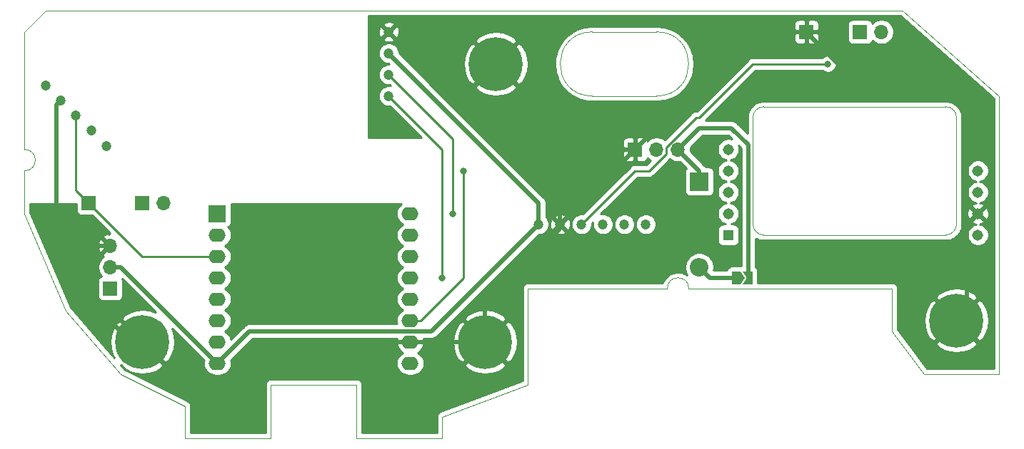
<source format=gbr>
%TF.GenerationSoftware,KiCad,Pcbnew,(5.1.8)-1*%
%TF.CreationDate,2020-12-23T12:42:43+01:00*%
%TF.ProjectId,Kiwi_EasyBoardv1.0,4b697769-5f45-4617-9379-426f61726476,rev?*%
%TF.SameCoordinates,Original*%
%TF.FileFunction,Copper,L1,Top*%
%TF.FilePolarity,Positive*%
%FSLAX46Y46*%
G04 Gerber Fmt 4.6, Leading zero omitted, Abs format (unit mm)*
G04 Created by KiCad (PCBNEW (5.1.8)-1) date 2020-12-23 12:42:43*
%MOMM*%
%LPD*%
G01*
G04 APERTURE LIST*
%TA.AperFunction,Profile*%
%ADD10C,0.050000*%
%TD*%
%TA.AperFunction,SMDPad,CuDef*%
%ADD11C,0.150000*%
%TD*%
%TA.AperFunction,ComponentPad*%
%ADD12O,2.200000X2.200000*%
%TD*%
%TA.AperFunction,ComponentPad*%
%ADD13R,2.200000X2.200000*%
%TD*%
%TA.AperFunction,ConnectorPad*%
%ADD14C,6.400000*%
%TD*%
%TA.AperFunction,ComponentPad*%
%ADD15C,3.600000*%
%TD*%
%TA.AperFunction,ComponentPad*%
%ADD16C,1.200000*%
%TD*%
%TA.AperFunction,ComponentPad*%
%ADD17C,1.308000*%
%TD*%
%TA.AperFunction,ComponentPad*%
%ADD18R,1.308000X1.308000*%
%TD*%
%TA.AperFunction,ComponentPad*%
%ADD19O,2.000000X1.600000*%
%TD*%
%TA.AperFunction,ComponentPad*%
%ADD20R,2.000000X2.000000*%
%TD*%
%TA.AperFunction,ComponentPad*%
%ADD21R,1.700000X1.700000*%
%TD*%
%TA.AperFunction,ComponentPad*%
%ADD22O,1.700000X1.700000*%
%TD*%
%TA.AperFunction,ViaPad*%
%ADD23C,0.800000*%
%TD*%
%TA.AperFunction,Conductor*%
%ADD24C,0.500000*%
%TD*%
%TA.AperFunction,Conductor*%
%ADD25C,0.250000*%
%TD*%
%TA.AperFunction,Conductor*%
%ADD26C,0.254000*%
%TD*%
%TA.AperFunction,Conductor*%
%ADD27C,0.150000*%
%TD*%
G04 APERTURE END LIST*
D10*
X76200000Y-86360000D02*
X76200000Y-100330000D01*
X180340000Y-83820000D02*
X78740000Y-83820000D01*
X76200000Y-86360000D02*
X78740000Y-83820000D01*
X154940000Y-116840000D02*
X179070000Y-116840000D01*
X144780000Y-116840000D02*
X152400000Y-116840000D01*
X152400000Y-116840000D02*
G75*
G02*
X154940000Y-116840000I1270000J0D01*
G01*
X76200000Y-102870000D02*
X76200000Y-107950000D01*
X76200000Y-100330000D02*
G75*
G02*
X76200000Y-102870000I0J-1270000D01*
G01*
X105410000Y-128270000D02*
X115570000Y-128270000D01*
X81079773Y-119452036D02*
X87630000Y-127000000D01*
X81079773Y-119452036D02*
X76200000Y-107950000D01*
X182880000Y-127000000D02*
X191770000Y-127000000D01*
X135890000Y-116840000D02*
X144780000Y-116840000D01*
X125730000Y-132080000D02*
X135890000Y-128270000D01*
X135890000Y-116840000D02*
X135890000Y-128270000D01*
X95250000Y-130810000D02*
X87630000Y-127000000D01*
X185420000Y-95250000D02*
X163830000Y-95250000D01*
X186690000Y-109220000D02*
X186690000Y-96520000D01*
X163830000Y-110490000D02*
X185420000Y-110490000D01*
X162560000Y-96520000D02*
X162560000Y-109220000D01*
X186690000Y-109220000D02*
G75*
G02*
X185420000Y-110490000I-1270000J0D01*
G01*
X163830000Y-110490000D02*
G75*
G02*
X162560000Y-109220000I0J1270000D01*
G01*
X162560000Y-96520000D02*
G75*
G02*
X163830000Y-95250000I1270000J0D01*
G01*
X185420000Y-95250000D02*
G75*
G02*
X186690000Y-96520000I0J-1270000D01*
G01*
X179070000Y-116840000D02*
X179070000Y-118110000D01*
X191770000Y-93980000D02*
X180340000Y-83820000D01*
X191770000Y-127000000D02*
X191770000Y-93980000D01*
X179070000Y-121920000D02*
X182880000Y-127000000D01*
X179070000Y-118110000D02*
X179070000Y-121920000D01*
X115570000Y-128270000D02*
X115570000Y-134620000D01*
X125730000Y-134620000D02*
X125730000Y-132080000D01*
X95250000Y-134620000D02*
X95250000Y-130810000D01*
X115570000Y-134620000D02*
X125730000Y-134620000D01*
X105410000Y-134620000D02*
X95250000Y-134620000D01*
X105410000Y-128270000D02*
X105410000Y-134620000D01*
X143510000Y-93980000D02*
X151130000Y-93980000D01*
X143510000Y-86360000D02*
X151130000Y-86360000D01*
X143510000Y-93980000D02*
G75*
G02*
X143510000Y-86360000I0J3810000D01*
G01*
X151130000Y-86360000D02*
G75*
G02*
X151130000Y-93980000I0J-3810000D01*
G01*
%TA.AperFunction,SMDPad,CuDef*%
D11*
%TO.P,JP1,1*%
%TO.N,+5V*%
G36*
X161565000Y-115570000D02*
G01*
X161065000Y-116320000D01*
X160065000Y-116320000D01*
X160065000Y-114820000D01*
X161065000Y-114820000D01*
X161565000Y-115570000D01*
G37*
%TD.AperFunction*%
%TA.AperFunction,SMDPad,CuDef*%
%TO.P,JP1,2*%
%TO.N,/VLED*%
G36*
X162515000Y-116320000D02*
G01*
X161365000Y-116320000D01*
X161865000Y-115570000D01*
X161365000Y-114820000D01*
X162515000Y-114820000D01*
X162515000Y-116320000D01*
G37*
%TD.AperFunction*%
%TD*%
D12*
%TO.P,D1,2*%
%TO.N,+5V*%
X156210000Y-114300000D03*
D13*
%TO.P,D1,1*%
%TO.N,/VLED*%
X156210000Y-104140000D03*
%TD*%
D14*
%TO.P,H4,1*%
%TO.N,GND*%
X132080000Y-90170000D03*
D15*
X132080000Y-90170000D03*
%TD*%
D16*
%TO.P,U4,5*%
%TO.N,Net-(U4-Pad5)*%
X85892102Y-99892102D03*
%TO.P,U4,4*%
%TO.N,+5V*%
X84096051Y-98096051D03*
%TO.P,U4,3*%
%TO.N,/RCWL-OUT*%
X82300000Y-96300000D03*
%TO.P,U4,2*%
%TO.N,GND*%
X80503949Y-94503949D03*
%TO.P,U4,1*%
%TO.N,Net-(U4-Pad1)*%
X78707898Y-92707898D03*
%TD*%
D17*
%TO.P,U2,9*%
%TO.N,Net-(U2-Pad9)*%
X189230000Y-102870000D03*
%TO.P,U2,8*%
%TO.N,Net-(U2-Pad8)*%
X189230000Y-105410000D03*
%TO.P,U2,7*%
%TO.N,GND*%
X189230000Y-107950000D03*
%TO.P,U2,6*%
%TO.N,+5V*%
X189230000Y-110490000D03*
%TO.P,U2,5*%
%TO.N,Net-(U2-Pad5)*%
X159639000Y-100330000D03*
%TO.P,U2,4*%
%TO.N,Net-(U2-Pad4)*%
X159639000Y-102870000D03*
%TO.P,U2,3*%
%TO.N,/D1mini-UART-Rx*%
X159639000Y-105410000D03*
%TO.P,U2,2*%
%TO.N,/D1mini-UART-Tx*%
X159639000Y-107950000D03*
D18*
%TO.P,U2,1*%
%TO.N,Net-(U2-Pad1)*%
X159639000Y-110490000D03*
%TD*%
D19*
%TO.P,U1,16*%
%TO.N,Net-(U1-Pad16)*%
X121920000Y-107950000D03*
%TO.P,U1,15*%
%TO.N,Net-(U1-Pad15)*%
X121920000Y-110490000D03*
%TO.P,U1,14*%
%TO.N,/I2C-SCL*%
X121920000Y-113030000D03*
%TO.P,U1,13*%
%TO.N,/I2C-SDA*%
X121920000Y-115570000D03*
%TO.P,U1,12*%
%TO.N,Net-(U1-Pad12)*%
X121920000Y-118110000D03*
%TO.P,U1,11*%
%TO.N,/LED-DIN*%
X121920000Y-120650000D03*
%TO.P,U1,10*%
%TO.N,GND*%
X121920000Y-123190000D03*
%TO.P,U1,9*%
%TO.N,+5V*%
X121920000Y-125730000D03*
%TO.P,U1,8*%
%TO.N,+3V3*%
X99060000Y-125730000D03*
%TO.P,U1,7*%
%TO.N,/D1mini-UART-Tx*%
X99060000Y-123190000D03*
%TO.P,U1,6*%
%TO.N,Net-(U1-Pad6)*%
X99060000Y-120650000D03*
%TO.P,U1,5*%
%TO.N,Net-(U1-Pad5)*%
X99060000Y-118110000D03*
%TO.P,U1,4*%
%TO.N,/D1mini-UART-Rx*%
X99060000Y-115570000D03*
%TO.P,U1,3*%
%TO.N,/RCWL-OUT*%
X99060000Y-113030000D03*
D20*
%TO.P,U1,1*%
%TO.N,Net-(U1-Pad1)*%
X99060000Y-107950000D03*
D19*
%TO.P,U1,2*%
%TO.N,Net-(U1-Pad2)*%
X99060000Y-110490000D03*
%TD*%
D14*
%TO.P,H3,1*%
%TO.N,GND*%
X186690000Y-120650000D03*
D15*
X186690000Y-120650000D03*
%TD*%
D21*
%TO.P,J15,1*%
%TO.N,GND*%
X168910000Y-86360000D03*
%TD*%
D22*
%TO.P,J14,3*%
%TO.N,GND*%
X86360000Y-111760000D03*
%TO.P,J14,2*%
%TO.N,+3V3*%
X86360000Y-114300000D03*
D21*
%TO.P,J14,1*%
%TO.N,+5V*%
X86360000Y-116840000D03*
%TD*%
%TO.P,J13,1*%
%TO.N,/RCWL-OUT*%
X83820000Y-106680000D03*
%TD*%
D22*
%TO.P,J12,2*%
%TO.N,/I2C-SCL*%
X177800000Y-86360000D03*
D21*
%TO.P,J12,1*%
%TO.N,/I2C-SDA*%
X175260000Y-86360000D03*
%TD*%
D22*
%TO.P,J10,2*%
%TO.N,/D1mini-UART-Rx*%
X92710000Y-106680000D03*
D21*
%TO.P,J10,1*%
%TO.N,/D1mini-UART-Tx*%
X90170000Y-106680000D03*
%TD*%
D22*
%TO.P,J8,3*%
%TO.N,/VLED*%
X153670000Y-100330000D03*
%TO.P,J8,2*%
%TO.N,/LED-DIN*%
X151130000Y-100330000D03*
D21*
%TO.P,J8,1*%
%TO.N,GND*%
X148590000Y-100330000D03*
%TD*%
D16*
%TO.P,U3,4*%
%TO.N,/I2C-SDA*%
X119380000Y-93980000D03*
%TO.P,U3,3*%
%TO.N,/I2C-SCL*%
X119380000Y-91440000D03*
%TO.P,U3,2*%
%TO.N,+3V3*%
X119380000Y-88900000D03*
%TO.P,U3,1*%
%TO.N,GND*%
X119380000Y-86360000D03*
%TD*%
%TO.P,U5,6*%
%TO.N,Net-(U5-Pad6)*%
X149860000Y-109220000D03*
%TO.P,U5,5*%
%TO.N,Net-(U5-Pad5)*%
X147320000Y-109220000D03*
%TO.P,U5,4*%
%TO.N,/I2C-SDA*%
X144780000Y-109220000D03*
%TO.P,U5,3*%
%TO.N,/I2C-SCL*%
X142240000Y-109220000D03*
%TO.P,U5,2*%
%TO.N,GND*%
X139700000Y-109220000D03*
%TO.P,U5,1*%
%TO.N,+3V3*%
X137160000Y-109220000D03*
%TD*%
D14*
%TO.P,H2,1*%
%TO.N,GND*%
X90170000Y-123190000D03*
D15*
X90170000Y-123190000D03*
%TD*%
D14*
%TO.P,H1,1*%
%TO.N,GND*%
X130810000Y-123190000D03*
D15*
X130810000Y-123190000D03*
%TD*%
D23*
%TO.N,/LED-DIN*%
X128270000Y-102870000D03*
%TO.N,GND*%
X80010000Y-110490000D03*
X82550000Y-110490000D03*
X81280000Y-113030000D03*
X82550000Y-115570000D03*
X83820000Y-118110000D03*
X104140000Y-133350000D03*
X97790000Y-133350000D03*
X97790000Y-130810000D03*
X100330000Y-133350000D03*
X104140000Y-130810000D03*
X116840000Y-129540000D03*
X119380000Y-129540000D03*
X121920000Y-129540000D03*
X124460000Y-129540000D03*
X121920000Y-132080000D03*
X119380000Y-132080000D03*
X125730000Y-127000000D03*
X105410000Y-123190000D03*
X107950000Y-123190000D03*
X110490000Y-123190000D03*
X113030000Y-123190000D03*
X115570000Y-123190000D03*
X135890000Y-95250000D03*
X140970000Y-95250000D03*
X147320000Y-95250000D03*
X153670000Y-95250000D03*
X139700000Y-97790000D03*
X144780000Y-97790000D03*
X151130000Y-97790000D03*
X182880000Y-88900000D03*
X185420000Y-91440000D03*
X187960000Y-93980000D03*
X182880000Y-93980000D03*
X171450000Y-93980000D03*
X166370000Y-93980000D03*
X168910000Y-92710000D03*
X181610000Y-116840000D03*
X181610000Y-120650000D03*
X184150000Y-124460000D03*
X189230000Y-115570000D03*
X166370000Y-111760000D03*
X171450000Y-111760000D03*
X177800000Y-111760000D03*
X181610000Y-111760000D03*
X168910000Y-114300000D03*
X175260000Y-114300000D03*
X180340000Y-114300000D03*
X186690000Y-114300000D03*
X138430000Y-115570000D03*
X143510000Y-115570000D03*
X148590000Y-115570000D03*
X106680000Y-118110000D03*
X109220000Y-118110000D03*
X111760000Y-118110000D03*
X114300000Y-118110000D03*
X107950000Y-120650000D03*
X110490000Y-120650000D03*
X113030000Y-120650000D03*
X109220000Y-115570000D03*
X113030000Y-115570000D03*
X118110000Y-115570000D03*
X118110000Y-118110000D03*
X118110000Y-120650000D03*
X115570000Y-120650000D03*
X158750000Y-86360000D03*
X163830000Y-86360000D03*
X158750000Y-90170000D03*
%TO.N,/I2C-SDA*%
X125730000Y-115570000D03*
%TO.N,/I2C-SCL*%
X127000000Y-107950000D03*
X171450000Y-90170000D03*
%TD*%
D24*
%TO.N,+5V*%
X156210000Y-114300000D02*
X157480000Y-115570000D01*
X157480000Y-115570000D02*
X160565000Y-115570000D01*
D25*
%TO.N,/LED-DIN*%
X121920000Y-120650000D02*
X123190000Y-120650000D01*
X123190000Y-120650000D02*
X128270000Y-115570000D01*
X128270000Y-115570000D02*
X128270000Y-102870000D01*
D24*
%TO.N,GND*%
X121920000Y-123190000D02*
X130810000Y-123190000D01*
X106680000Y-123190000D02*
X107950000Y-123190000D01*
X96520000Y-129540000D02*
X100330000Y-129540000D01*
X100330000Y-129540000D02*
X106680000Y-123190000D01*
X90170000Y-123190000D02*
X96520000Y-129540000D01*
X80010000Y-107950000D02*
X80010000Y-94997898D01*
X82550000Y-110490000D02*
X80010000Y-107950000D01*
X80010000Y-94997898D02*
X80503949Y-94503949D01*
X85090000Y-110490000D02*
X82550000Y-110490000D01*
X86360000Y-111760000D02*
X85090000Y-110490000D01*
X139700000Y-109774517D02*
X139700000Y-109220000D01*
X130810000Y-118664517D02*
X139700000Y-109774517D01*
X130810000Y-123190000D02*
X130810000Y-118664517D01*
X139700000Y-109220000D02*
X148590000Y-100330000D01*
X148590000Y-100330000D02*
X158750000Y-90170000D01*
X162560000Y-86360000D02*
X163830000Y-86360000D01*
X187960000Y-106680000D02*
X189230000Y-107950000D01*
X187960000Y-95250000D02*
X187960000Y-106680000D01*
X184150000Y-91440000D02*
X187960000Y-95250000D01*
X173990000Y-91440000D02*
X184150000Y-91440000D01*
X168910000Y-86360000D02*
X173990000Y-91440000D01*
X187960000Y-119380000D02*
X186690000Y-120650000D01*
X187960000Y-109220000D02*
X187960000Y-119380000D01*
X189230000Y-107950000D02*
X187960000Y-109220000D01*
X139700000Y-109220000D02*
X139700000Y-106680000D01*
X83820000Y-118110000D02*
X88900000Y-123190000D01*
X88900000Y-123190000D02*
X90170000Y-123190000D01*
X83820000Y-114300000D02*
X83820000Y-118110000D01*
X86360000Y-111760000D02*
X83820000Y-114300000D01*
X128270000Y-93980000D02*
X132080000Y-90170000D01*
X128270000Y-95250000D02*
X128270000Y-93980000D01*
X139700000Y-106680000D02*
X128270000Y-95250000D01*
X128270000Y-95250000D02*
X119380000Y-86360000D01*
X82550000Y-110490000D02*
X82550000Y-110490000D01*
X83820000Y-118110000D02*
X83820000Y-118110000D01*
X107950000Y-123190000D02*
X110490000Y-123190000D01*
X113030000Y-123190000D02*
X115570000Y-123190000D01*
X115570000Y-123190000D02*
X121920000Y-123190000D01*
X163830000Y-86360000D02*
X168910000Y-86360000D01*
X158750000Y-90170000D02*
X162560000Y-86360000D01*
D25*
%TO.N,/I2C-SDA*%
X119380000Y-93980000D02*
X125730000Y-100330000D01*
X125730000Y-100330000D02*
X125730000Y-115570000D01*
%TO.N,/I2C-SCL*%
X142240000Y-109220000D02*
X148590000Y-102870000D01*
X162560000Y-90170000D02*
X171450000Y-90170000D01*
X156210000Y-96520000D02*
X162560000Y-90170000D01*
X119380000Y-91440000D02*
X127000000Y-99060000D01*
X127000000Y-107950000D02*
X127000000Y-99060000D01*
X150255002Y-102870000D02*
X148590000Y-102870000D01*
X152255001Y-100079997D02*
X152255001Y-100870001D01*
X152255001Y-100870001D02*
X150255002Y-102870000D01*
X155814998Y-96520000D02*
X152255001Y-100079997D01*
X156210000Y-96520000D02*
X155814998Y-96520000D01*
%TO.N,/RCWL-OUT*%
X90170000Y-113030000D02*
X83820000Y-106680000D01*
X99060000Y-113030000D02*
X90170000Y-113030000D01*
X82300000Y-105160000D02*
X82300000Y-96300000D01*
X83820000Y-106680000D02*
X82300000Y-105160000D01*
D24*
%TO.N,+3V3*%
X87630000Y-114300000D02*
X86360000Y-114300000D01*
X99060000Y-125730000D02*
X87630000Y-114300000D01*
X127000000Y-119380000D02*
X137160000Y-109220000D01*
X137160000Y-106680000D02*
X119380000Y-88900000D01*
X137160000Y-109220000D02*
X137160000Y-106680000D01*
X127000000Y-119380000D02*
X124460000Y-121920000D01*
X105410000Y-121920000D02*
X124460000Y-121920000D01*
X105410000Y-121920000D02*
X102870000Y-121920000D01*
X99060000Y-125730000D02*
X102870000Y-121920000D01*
%TO.N,/VLED*%
X156210000Y-104140000D02*
X156210000Y-102870000D01*
X156210000Y-102870000D02*
X153670000Y-100330000D01*
X162015000Y-115570000D02*
X162015000Y-99785000D01*
X162015000Y-99785000D02*
X160020000Y-97790000D01*
X156210000Y-97790000D02*
X153670000Y-100330000D01*
X160020000Y-97790000D02*
X156210000Y-97790000D01*
%TD*%
D26*
%TO.N,GND*%
X191110001Y-94276384D02*
X191110000Y-126340000D01*
X183210000Y-126340000D01*
X180968161Y-123350881D01*
X184168724Y-123350881D01*
X184528912Y-123840548D01*
X185192882Y-124200849D01*
X185914385Y-124424694D01*
X186665695Y-124503480D01*
X187417938Y-124434178D01*
X188142208Y-124219452D01*
X188810670Y-123867555D01*
X188851088Y-123840548D01*
X189211276Y-123350881D01*
X186690000Y-120829605D01*
X184168724Y-123350881D01*
X180968161Y-123350881D01*
X179730000Y-121700001D01*
X179730000Y-120625695D01*
X182836520Y-120625695D01*
X182905822Y-121377938D01*
X183120548Y-122102208D01*
X183472445Y-122770670D01*
X183499452Y-122811088D01*
X183989119Y-123171276D01*
X186510395Y-120650000D01*
X186869605Y-120650000D01*
X189390881Y-123171276D01*
X189880548Y-122811088D01*
X190240849Y-122147118D01*
X190464694Y-121425615D01*
X190543480Y-120674305D01*
X190474178Y-119922062D01*
X190259452Y-119197792D01*
X189907555Y-118529330D01*
X189880548Y-118488912D01*
X189390881Y-118128724D01*
X186869605Y-120650000D01*
X186510395Y-120650000D01*
X183989119Y-118128724D01*
X183499452Y-118488912D01*
X183139151Y-119152882D01*
X182915306Y-119874385D01*
X182836520Y-120625695D01*
X179730000Y-120625695D01*
X179730000Y-117949119D01*
X184168724Y-117949119D01*
X186690000Y-120470395D01*
X189211276Y-117949119D01*
X188851088Y-117459452D01*
X188187118Y-117099151D01*
X187465615Y-116875306D01*
X186714305Y-116796520D01*
X185962062Y-116865822D01*
X185237792Y-117080548D01*
X184569330Y-117432445D01*
X184528912Y-117459452D01*
X184168724Y-117949119D01*
X179730000Y-117949119D01*
X179730000Y-116872419D01*
X179733193Y-116840000D01*
X179720450Y-116710617D01*
X179682710Y-116586207D01*
X179621425Y-116471550D01*
X179538948Y-116371052D01*
X179438450Y-116288575D01*
X179323793Y-116227290D01*
X179199383Y-116189550D01*
X179102419Y-116180000D01*
X179070000Y-116176807D01*
X179037581Y-116180000D01*
X163153072Y-116180000D01*
X163153072Y-114820000D01*
X163140812Y-114695518D01*
X163104502Y-114575820D01*
X163045537Y-114465506D01*
X162966185Y-114368815D01*
X162900000Y-114314499D01*
X162900000Y-110904505D01*
X163036191Y-110976919D01*
X163091479Y-110999707D01*
X163146475Y-111023279D01*
X163155278Y-111026003D01*
X163392559Y-111097643D01*
X163451246Y-111109264D01*
X163509752Y-111121700D01*
X163518915Y-111122663D01*
X163518917Y-111122663D01*
X163765595Y-111146850D01*
X163765598Y-111146850D01*
X163797581Y-111150000D01*
X185452419Y-111150000D01*
X185480865Y-111147198D01*
X185488682Y-111147253D01*
X185497853Y-111146354D01*
X185744357Y-111120446D01*
X185802986Y-111108411D01*
X185861716Y-111097208D01*
X185870532Y-111094546D01*
X185870536Y-111094545D01*
X185870539Y-111094544D01*
X186107314Y-111021249D01*
X186162457Y-110998069D01*
X186217920Y-110975661D01*
X186226054Y-110971335D01*
X186226059Y-110971333D01*
X186226064Y-110971330D01*
X186444086Y-110853447D01*
X186493654Y-110820012D01*
X186543735Y-110787241D01*
X186550876Y-110781416D01*
X186741856Y-110623423D01*
X186783995Y-110580988D01*
X186826745Y-110539125D01*
X186832618Y-110532024D01*
X186970434Y-110363045D01*
X187941000Y-110363045D01*
X187941000Y-110616955D01*
X187990535Y-110865987D01*
X188087703Y-111100570D01*
X188228768Y-111311690D01*
X188408310Y-111491232D01*
X188619430Y-111632297D01*
X188854013Y-111729465D01*
X189103045Y-111779000D01*
X189356955Y-111779000D01*
X189605987Y-111729465D01*
X189840570Y-111632297D01*
X190051690Y-111491232D01*
X190231232Y-111311690D01*
X190372297Y-111100570D01*
X190469465Y-110865987D01*
X190519000Y-110616955D01*
X190519000Y-110363045D01*
X190469465Y-110114013D01*
X190372297Y-109879430D01*
X190231232Y-109668310D01*
X190051690Y-109488768D01*
X189840570Y-109347703D01*
X189605987Y-109250535D01*
X189452001Y-109219906D01*
X189557079Y-109203259D01*
X189795293Y-109115368D01*
X189884907Y-109067468D01*
X189938782Y-108838387D01*
X189230000Y-108129605D01*
X188521218Y-108838387D01*
X188575093Y-109067468D01*
X188805684Y-109173763D01*
X189002484Y-109221003D01*
X188854013Y-109250535D01*
X188619430Y-109347703D01*
X188408310Y-109488768D01*
X188228768Y-109668310D01*
X188087703Y-109879430D01*
X187990535Y-110114013D01*
X187941000Y-110363045D01*
X186970434Y-110363045D01*
X186989273Y-110339947D01*
X187022374Y-110290125D01*
X187056173Y-110240763D01*
X187060556Y-110232657D01*
X187176919Y-110013809D01*
X187199707Y-109958521D01*
X187223279Y-109903525D01*
X187226003Y-109894722D01*
X187297643Y-109657441D01*
X187309264Y-109598754D01*
X187321700Y-109540248D01*
X187322663Y-109531083D01*
X187346850Y-109284405D01*
X187346850Y-109284402D01*
X187350000Y-109252419D01*
X187350000Y-108026296D01*
X187937012Y-108026296D01*
X187976741Y-108277079D01*
X188064632Y-108515293D01*
X188112532Y-108604907D01*
X188341613Y-108658782D01*
X189050395Y-107950000D01*
X189409605Y-107950000D01*
X190118387Y-108658782D01*
X190347468Y-108604907D01*
X190453763Y-108374316D01*
X190513028Y-108127419D01*
X190522988Y-107873704D01*
X190483259Y-107622921D01*
X190395368Y-107384707D01*
X190347468Y-107295093D01*
X190118387Y-107241218D01*
X189409605Y-107950000D01*
X189050395Y-107950000D01*
X188341613Y-107241218D01*
X188112532Y-107295093D01*
X188006237Y-107525684D01*
X187946972Y-107772581D01*
X187937012Y-108026296D01*
X187350000Y-108026296D01*
X187350000Y-102743045D01*
X187941000Y-102743045D01*
X187941000Y-102996955D01*
X187990535Y-103245987D01*
X188087703Y-103480570D01*
X188228768Y-103691690D01*
X188408310Y-103871232D01*
X188619430Y-104012297D01*
X188854013Y-104109465D01*
X189007524Y-104140000D01*
X188854013Y-104170535D01*
X188619430Y-104267703D01*
X188408310Y-104408768D01*
X188228768Y-104588310D01*
X188087703Y-104799430D01*
X187990535Y-105034013D01*
X187941000Y-105283045D01*
X187941000Y-105536955D01*
X187990535Y-105785987D01*
X188087703Y-106020570D01*
X188228768Y-106231690D01*
X188408310Y-106411232D01*
X188619430Y-106552297D01*
X188854013Y-106649465D01*
X189007999Y-106680094D01*
X188902921Y-106696741D01*
X188664707Y-106784632D01*
X188575093Y-106832532D01*
X188521218Y-107061613D01*
X189230000Y-107770395D01*
X189938782Y-107061613D01*
X189884907Y-106832532D01*
X189654316Y-106726237D01*
X189457516Y-106678997D01*
X189605987Y-106649465D01*
X189840570Y-106552297D01*
X190051690Y-106411232D01*
X190231232Y-106231690D01*
X190372297Y-106020570D01*
X190469465Y-105785987D01*
X190519000Y-105536955D01*
X190519000Y-105283045D01*
X190469465Y-105034013D01*
X190372297Y-104799430D01*
X190231232Y-104588310D01*
X190051690Y-104408768D01*
X189840570Y-104267703D01*
X189605987Y-104170535D01*
X189452476Y-104140000D01*
X189605987Y-104109465D01*
X189840570Y-104012297D01*
X190051690Y-103871232D01*
X190231232Y-103691690D01*
X190372297Y-103480570D01*
X190469465Y-103245987D01*
X190519000Y-102996955D01*
X190519000Y-102743045D01*
X190469465Y-102494013D01*
X190372297Y-102259430D01*
X190231232Y-102048310D01*
X190051690Y-101868768D01*
X189840570Y-101727703D01*
X189605987Y-101630535D01*
X189356955Y-101581000D01*
X189103045Y-101581000D01*
X188854013Y-101630535D01*
X188619430Y-101727703D01*
X188408310Y-101868768D01*
X188228768Y-102048310D01*
X188087703Y-102259430D01*
X187990535Y-102494013D01*
X187941000Y-102743045D01*
X187350000Y-102743045D01*
X187350000Y-96487581D01*
X187347198Y-96459135D01*
X187347253Y-96451318D01*
X187346354Y-96442147D01*
X187320446Y-96195644D01*
X187308414Y-96137028D01*
X187297208Y-96078284D01*
X187294544Y-96069462D01*
X187221249Y-95832686D01*
X187198074Y-95777555D01*
X187175661Y-95722080D01*
X187171334Y-95713944D01*
X187053446Y-95495914D01*
X187020012Y-95446346D01*
X186987240Y-95396265D01*
X186981416Y-95389124D01*
X186823423Y-95198144D01*
X186780988Y-95156005D01*
X186739125Y-95113255D01*
X186732024Y-95107381D01*
X186539946Y-94950727D01*
X186490169Y-94917655D01*
X186440763Y-94883826D01*
X186432657Y-94879444D01*
X186213809Y-94763081D01*
X186158532Y-94740298D01*
X186103525Y-94716721D01*
X186094722Y-94713997D01*
X185857441Y-94642357D01*
X185798754Y-94630736D01*
X185740248Y-94618300D01*
X185731085Y-94617337D01*
X185731083Y-94617337D01*
X185484405Y-94593150D01*
X185484402Y-94593150D01*
X185452419Y-94590000D01*
X163797581Y-94590000D01*
X163769135Y-94592802D01*
X163761318Y-94592747D01*
X163752147Y-94593646D01*
X163505644Y-94619554D01*
X163447028Y-94631586D01*
X163388284Y-94642792D01*
X163379462Y-94645456D01*
X163142686Y-94718751D01*
X163087555Y-94741926D01*
X163032080Y-94764339D01*
X163023944Y-94768666D01*
X162805914Y-94886554D01*
X162756346Y-94919988D01*
X162706265Y-94952760D01*
X162699124Y-94958584D01*
X162508144Y-95116577D01*
X162466005Y-95159012D01*
X162423255Y-95200875D01*
X162417381Y-95207976D01*
X162260727Y-95400054D01*
X162227655Y-95449831D01*
X162193826Y-95499237D01*
X162189444Y-95507343D01*
X162073081Y-95726191D01*
X162050298Y-95781468D01*
X162026721Y-95836475D01*
X162023997Y-95845278D01*
X161952357Y-96082559D01*
X161940736Y-96141246D01*
X161928300Y-96199752D01*
X161927337Y-96208917D01*
X161903150Y-96455595D01*
X161900000Y-96487582D01*
X161900000Y-98418422D01*
X160676534Y-97194956D01*
X160648817Y-97161183D01*
X160514059Y-97050589D01*
X160360313Y-96968411D01*
X160193490Y-96917805D01*
X160063477Y-96905000D01*
X160063469Y-96905000D01*
X160020000Y-96900719D01*
X159976531Y-96905000D01*
X156899801Y-96905000D01*
X162874802Y-90930000D01*
X170746289Y-90930000D01*
X170790226Y-90973937D01*
X170959744Y-91087205D01*
X171148102Y-91165226D01*
X171348061Y-91205000D01*
X171551939Y-91205000D01*
X171751898Y-91165226D01*
X171940256Y-91087205D01*
X172109774Y-90973937D01*
X172253937Y-90829774D01*
X172367205Y-90660256D01*
X172445226Y-90471898D01*
X172485000Y-90271939D01*
X172485000Y-90068061D01*
X172445226Y-89868102D01*
X172367205Y-89679744D01*
X172253937Y-89510226D01*
X172109774Y-89366063D01*
X171940256Y-89252795D01*
X171751898Y-89174774D01*
X171551939Y-89135000D01*
X171348061Y-89135000D01*
X171148102Y-89174774D01*
X170959744Y-89252795D01*
X170790226Y-89366063D01*
X170746289Y-89410000D01*
X162597322Y-89410000D01*
X162559999Y-89406324D01*
X162522676Y-89410000D01*
X162522667Y-89410000D01*
X162411014Y-89420997D01*
X162270206Y-89463710D01*
X162267753Y-89464454D01*
X162135723Y-89535026D01*
X162099483Y-89564768D01*
X162019999Y-89629999D01*
X161996201Y-89658997D01*
X155895199Y-95760000D01*
X155852320Y-95760000D01*
X155814997Y-95756324D01*
X155777674Y-95760000D01*
X155777665Y-95760000D01*
X155666012Y-95770997D01*
X155575517Y-95798448D01*
X155522751Y-95814454D01*
X155390721Y-95885026D01*
X155310676Y-95950718D01*
X155274997Y-95979999D01*
X155251199Y-96008997D01*
X152080152Y-99180045D01*
X152076632Y-99176525D01*
X151833411Y-99014010D01*
X151563158Y-98902068D01*
X151276260Y-98845000D01*
X150983740Y-98845000D01*
X150696842Y-98902068D01*
X150426589Y-99014010D01*
X150183368Y-99176525D01*
X150051513Y-99308380D01*
X150029502Y-99235820D01*
X149970537Y-99125506D01*
X149891185Y-99028815D01*
X149794494Y-98949463D01*
X149684180Y-98890498D01*
X149564482Y-98854188D01*
X149440000Y-98841928D01*
X148875750Y-98845000D01*
X148717000Y-99003750D01*
X148717000Y-100203000D01*
X148737000Y-100203000D01*
X148737000Y-100457000D01*
X148717000Y-100457000D01*
X148717000Y-101656250D01*
X148875750Y-101815000D01*
X149440000Y-101818072D01*
X149564482Y-101805812D01*
X149684180Y-101769502D01*
X149794494Y-101710537D01*
X149891185Y-101631185D01*
X149970537Y-101534494D01*
X150029502Y-101424180D01*
X150051513Y-101351620D01*
X150183368Y-101483475D01*
X150413174Y-101637026D01*
X149940201Y-102110000D01*
X148627322Y-102110000D01*
X148589999Y-102106324D01*
X148552676Y-102110000D01*
X148552667Y-102110000D01*
X148441014Y-102120997D01*
X148297753Y-102164454D01*
X148165723Y-102235026D01*
X148096893Y-102291514D01*
X148049999Y-102329999D01*
X148026201Y-102358997D01*
X142393801Y-107991398D01*
X142361637Y-107985000D01*
X142118363Y-107985000D01*
X141879764Y-108032460D01*
X141655008Y-108125557D01*
X141452733Y-108260713D01*
X141280713Y-108432733D01*
X141145557Y-108635008D01*
X141052460Y-108859764D01*
X141005000Y-109098363D01*
X141005000Y-109341637D01*
X141052460Y-109580236D01*
X141145557Y-109804992D01*
X141280713Y-110007267D01*
X141452733Y-110179287D01*
X141655008Y-110314443D01*
X141879764Y-110407540D01*
X142118363Y-110455000D01*
X142361637Y-110455000D01*
X142600236Y-110407540D01*
X142824992Y-110314443D01*
X143027267Y-110179287D01*
X143199287Y-110007267D01*
X143334443Y-109804992D01*
X143427540Y-109580236D01*
X143475000Y-109341637D01*
X143475000Y-109098363D01*
X143468602Y-109066199D01*
X143571956Y-108962845D01*
X143545000Y-109098363D01*
X143545000Y-109341637D01*
X143592460Y-109580236D01*
X143685557Y-109804992D01*
X143820713Y-110007267D01*
X143992733Y-110179287D01*
X144195008Y-110314443D01*
X144419764Y-110407540D01*
X144658363Y-110455000D01*
X144901637Y-110455000D01*
X145140236Y-110407540D01*
X145364992Y-110314443D01*
X145567267Y-110179287D01*
X145739287Y-110007267D01*
X145874443Y-109804992D01*
X145967540Y-109580236D01*
X146015000Y-109341637D01*
X146015000Y-109098363D01*
X146085000Y-109098363D01*
X146085000Y-109341637D01*
X146132460Y-109580236D01*
X146225557Y-109804992D01*
X146360713Y-110007267D01*
X146532733Y-110179287D01*
X146735008Y-110314443D01*
X146959764Y-110407540D01*
X147198363Y-110455000D01*
X147441637Y-110455000D01*
X147680236Y-110407540D01*
X147904992Y-110314443D01*
X148107267Y-110179287D01*
X148279287Y-110007267D01*
X148414443Y-109804992D01*
X148507540Y-109580236D01*
X148555000Y-109341637D01*
X148555000Y-109098363D01*
X148625000Y-109098363D01*
X148625000Y-109341637D01*
X148672460Y-109580236D01*
X148765557Y-109804992D01*
X148900713Y-110007267D01*
X149072733Y-110179287D01*
X149275008Y-110314443D01*
X149499764Y-110407540D01*
X149738363Y-110455000D01*
X149981637Y-110455000D01*
X150220236Y-110407540D01*
X150444992Y-110314443D01*
X150647267Y-110179287D01*
X150819287Y-110007267D01*
X150954443Y-109804992D01*
X151047540Y-109580236D01*
X151095000Y-109341637D01*
X151095000Y-109098363D01*
X151047540Y-108859764D01*
X150954443Y-108635008D01*
X150819287Y-108432733D01*
X150647267Y-108260713D01*
X150444992Y-108125557D01*
X150220236Y-108032460D01*
X149981637Y-107985000D01*
X149738363Y-107985000D01*
X149499764Y-108032460D01*
X149275008Y-108125557D01*
X149072733Y-108260713D01*
X148900713Y-108432733D01*
X148765557Y-108635008D01*
X148672460Y-108859764D01*
X148625000Y-109098363D01*
X148555000Y-109098363D01*
X148507540Y-108859764D01*
X148414443Y-108635008D01*
X148279287Y-108432733D01*
X148107267Y-108260713D01*
X147904992Y-108125557D01*
X147680236Y-108032460D01*
X147441637Y-107985000D01*
X147198363Y-107985000D01*
X146959764Y-108032460D01*
X146735008Y-108125557D01*
X146532733Y-108260713D01*
X146360713Y-108432733D01*
X146225557Y-108635008D01*
X146132460Y-108859764D01*
X146085000Y-109098363D01*
X146015000Y-109098363D01*
X145967540Y-108859764D01*
X145874443Y-108635008D01*
X145739287Y-108432733D01*
X145567267Y-108260713D01*
X145364992Y-108125557D01*
X145140236Y-108032460D01*
X144901637Y-107985000D01*
X144658363Y-107985000D01*
X144522845Y-108011956D01*
X148904802Y-103630000D01*
X150217680Y-103630000D01*
X150255002Y-103633676D01*
X150292324Y-103630000D01*
X150292335Y-103630000D01*
X150403988Y-103619003D01*
X150547249Y-103575546D01*
X150679278Y-103504974D01*
X150795003Y-103410001D01*
X150818806Y-103380997D01*
X152719848Y-101479955D01*
X152723368Y-101483475D01*
X152966589Y-101645990D01*
X153236842Y-101757932D01*
X153523740Y-101815000D01*
X153816260Y-101815000D01*
X153888961Y-101800539D01*
X154668933Y-102580512D01*
X154658815Y-102588815D01*
X154579463Y-102685506D01*
X154520498Y-102795820D01*
X154484188Y-102915518D01*
X154471928Y-103040000D01*
X154471928Y-105240000D01*
X154484188Y-105364482D01*
X154520498Y-105484180D01*
X154579463Y-105594494D01*
X154658815Y-105691185D01*
X154755506Y-105770537D01*
X154865820Y-105829502D01*
X154985518Y-105865812D01*
X155110000Y-105878072D01*
X157310000Y-105878072D01*
X157434482Y-105865812D01*
X157554180Y-105829502D01*
X157664494Y-105770537D01*
X157761185Y-105691185D01*
X157840537Y-105594494D01*
X157899502Y-105484180D01*
X157935812Y-105364482D01*
X157948072Y-105240000D01*
X157948072Y-103040000D01*
X157935812Y-102915518D01*
X157899502Y-102795820D01*
X157840537Y-102685506D01*
X157761185Y-102588815D01*
X157664494Y-102509463D01*
X157554180Y-102450498D01*
X157434482Y-102414188D01*
X157310000Y-102401928D01*
X156963301Y-102401928D01*
X156949411Y-102375941D01*
X156914976Y-102333982D01*
X156866532Y-102274953D01*
X156866530Y-102274951D01*
X156838817Y-102241183D01*
X156805049Y-102213470D01*
X155140539Y-100548961D01*
X155155000Y-100476260D01*
X155155000Y-100183740D01*
X155140539Y-100111039D01*
X156576579Y-98675000D01*
X159653422Y-98675000D01*
X160107119Y-99128698D01*
X160014987Y-99090535D01*
X159765955Y-99041000D01*
X159512045Y-99041000D01*
X159263013Y-99090535D01*
X159028430Y-99187703D01*
X158817310Y-99328768D01*
X158637768Y-99508310D01*
X158496703Y-99719430D01*
X158399535Y-99954013D01*
X158350000Y-100203045D01*
X158350000Y-100456955D01*
X158399535Y-100705987D01*
X158496703Y-100940570D01*
X158637768Y-101151690D01*
X158817310Y-101331232D01*
X159028430Y-101472297D01*
X159263013Y-101569465D01*
X159416524Y-101600000D01*
X159263013Y-101630535D01*
X159028430Y-101727703D01*
X158817310Y-101868768D01*
X158637768Y-102048310D01*
X158496703Y-102259430D01*
X158399535Y-102494013D01*
X158350000Y-102743045D01*
X158350000Y-102996955D01*
X158399535Y-103245987D01*
X158496703Y-103480570D01*
X158637768Y-103691690D01*
X158817310Y-103871232D01*
X159028430Y-104012297D01*
X159263013Y-104109465D01*
X159416524Y-104140000D01*
X159263013Y-104170535D01*
X159028430Y-104267703D01*
X158817310Y-104408768D01*
X158637768Y-104588310D01*
X158496703Y-104799430D01*
X158399535Y-105034013D01*
X158350000Y-105283045D01*
X158350000Y-105536955D01*
X158399535Y-105785987D01*
X158496703Y-106020570D01*
X158637768Y-106231690D01*
X158817310Y-106411232D01*
X159028430Y-106552297D01*
X159263013Y-106649465D01*
X159416524Y-106680000D01*
X159263013Y-106710535D01*
X159028430Y-106807703D01*
X158817310Y-106948768D01*
X158637768Y-107128310D01*
X158496703Y-107339430D01*
X158399535Y-107574013D01*
X158350000Y-107823045D01*
X158350000Y-108076955D01*
X158399535Y-108325987D01*
X158496703Y-108560570D01*
X158637768Y-108771690D01*
X158817310Y-108951232D01*
X159028430Y-109092297D01*
X159263013Y-109189465D01*
X159305560Y-109197928D01*
X158985000Y-109197928D01*
X158860518Y-109210188D01*
X158740820Y-109246498D01*
X158630506Y-109305463D01*
X158533815Y-109384815D01*
X158454463Y-109481506D01*
X158395498Y-109591820D01*
X158359188Y-109711518D01*
X158346928Y-109836000D01*
X158346928Y-111144000D01*
X158359188Y-111268482D01*
X158395498Y-111388180D01*
X158454463Y-111498494D01*
X158533815Y-111595185D01*
X158630506Y-111674537D01*
X158740820Y-111733502D01*
X158860518Y-111769812D01*
X158985000Y-111782072D01*
X160293000Y-111782072D01*
X160417482Y-111769812D01*
X160537180Y-111733502D01*
X160647494Y-111674537D01*
X160744185Y-111595185D01*
X160823537Y-111498494D01*
X160882502Y-111388180D01*
X160918812Y-111268482D01*
X160931072Y-111144000D01*
X160931072Y-109836000D01*
X160918812Y-109711518D01*
X160882502Y-109591820D01*
X160823537Y-109481506D01*
X160744185Y-109384815D01*
X160647494Y-109305463D01*
X160537180Y-109246498D01*
X160417482Y-109210188D01*
X160293000Y-109197928D01*
X159972440Y-109197928D01*
X160014987Y-109189465D01*
X160249570Y-109092297D01*
X160460690Y-108951232D01*
X160640232Y-108771690D01*
X160781297Y-108560570D01*
X160878465Y-108325987D01*
X160928000Y-108076955D01*
X160928000Y-107823045D01*
X160878465Y-107574013D01*
X160781297Y-107339430D01*
X160640232Y-107128310D01*
X160460690Y-106948768D01*
X160249570Y-106807703D01*
X160014987Y-106710535D01*
X159861476Y-106680000D01*
X160014987Y-106649465D01*
X160249570Y-106552297D01*
X160460690Y-106411232D01*
X160640232Y-106231690D01*
X160781297Y-106020570D01*
X160878465Y-105785987D01*
X160928000Y-105536955D01*
X160928000Y-105283045D01*
X160878465Y-105034013D01*
X160781297Y-104799430D01*
X160640232Y-104588310D01*
X160460690Y-104408768D01*
X160249570Y-104267703D01*
X160014987Y-104170535D01*
X159861476Y-104140000D01*
X160014987Y-104109465D01*
X160249570Y-104012297D01*
X160460690Y-103871232D01*
X160640232Y-103691690D01*
X160781297Y-103480570D01*
X160878465Y-103245987D01*
X160928000Y-102996955D01*
X160928000Y-102743045D01*
X160878465Y-102494013D01*
X160781297Y-102259430D01*
X160640232Y-102048310D01*
X160460690Y-101868768D01*
X160249570Y-101727703D01*
X160014987Y-101630535D01*
X159861476Y-101600000D01*
X160014987Y-101569465D01*
X160249570Y-101472297D01*
X160460690Y-101331232D01*
X160640232Y-101151690D01*
X160781297Y-100940570D01*
X160878465Y-100705987D01*
X160928000Y-100456955D01*
X160928000Y-100203045D01*
X160878465Y-99954013D01*
X160840303Y-99861881D01*
X161130001Y-100151580D01*
X161130000Y-114188330D01*
X161065000Y-114181928D01*
X160065000Y-114181928D01*
X159940518Y-114194188D01*
X159820820Y-114230498D01*
X159710506Y-114289463D01*
X159613815Y-114368815D01*
X159534463Y-114465506D01*
X159475498Y-114575820D01*
X159442379Y-114685000D01*
X157902409Y-114685000D01*
X157945000Y-114470883D01*
X157945000Y-114129117D01*
X157878325Y-113793919D01*
X157747537Y-113478169D01*
X157557663Y-113194002D01*
X157315998Y-112952337D01*
X157031831Y-112762463D01*
X156716081Y-112631675D01*
X156380883Y-112565000D01*
X156039117Y-112565000D01*
X155703919Y-112631675D01*
X155388169Y-112762463D01*
X155104002Y-112952337D01*
X154862337Y-113194002D01*
X154672463Y-113478169D01*
X154541675Y-113793919D01*
X154475000Y-114129117D01*
X154475000Y-114470883D01*
X154541675Y-114806081D01*
X154672463Y-115121831D01*
X154757266Y-115248747D01*
X154728901Y-115230186D01*
X154679315Y-115196740D01*
X154671186Y-115192418D01*
X154671181Y-115192415D01*
X154671176Y-115192413D01*
X154451524Y-115077582D01*
X154396058Y-115055173D01*
X154340919Y-115031994D01*
X154332097Y-115029330D01*
X154094321Y-114959348D01*
X154035559Y-114948139D01*
X153976962Y-114936110D01*
X153967791Y-114935211D01*
X153720951Y-114912747D01*
X153661135Y-114913165D01*
X153601318Y-114912747D01*
X153592147Y-114913646D01*
X153345644Y-114939554D01*
X153287028Y-114951586D01*
X153228284Y-114962792D01*
X153219462Y-114965456D01*
X152982686Y-115038751D01*
X152927555Y-115061926D01*
X152872080Y-115084339D01*
X152863944Y-115088666D01*
X152645914Y-115206554D01*
X152596346Y-115239988D01*
X152546265Y-115272760D01*
X152539124Y-115278584D01*
X152348144Y-115436577D01*
X152306005Y-115479012D01*
X152263255Y-115520875D01*
X152257381Y-115527976D01*
X152100727Y-115720054D01*
X152067655Y-115769831D01*
X152033826Y-115819237D01*
X152029444Y-115827343D01*
X151913081Y-116046191D01*
X151890298Y-116101468D01*
X151866721Y-116156475D01*
X151863997Y-116165278D01*
X151859552Y-116180000D01*
X135922419Y-116180000D01*
X135890000Y-116176807D01*
X135857581Y-116180000D01*
X135760617Y-116189550D01*
X135636207Y-116227290D01*
X135521550Y-116288575D01*
X135421052Y-116371052D01*
X135338575Y-116471550D01*
X135277290Y-116586207D01*
X135239550Y-116710617D01*
X135226807Y-116840000D01*
X135230000Y-116872419D01*
X135230001Y-127812620D01*
X125518107Y-131454580D01*
X125476208Y-131467290D01*
X125428757Y-131492653D01*
X125380467Y-131516395D01*
X125371506Y-131523254D01*
X125361551Y-131528575D01*
X125319952Y-131562715D01*
X125277230Y-131595415D01*
X125269779Y-131603891D01*
X125261053Y-131611052D01*
X125226915Y-131652649D01*
X125191392Y-131693057D01*
X125185737Y-131702824D01*
X125178576Y-131711550D01*
X125153214Y-131759000D01*
X125126252Y-131805569D01*
X125122610Y-131816256D01*
X125117291Y-131826207D01*
X125101674Y-131877688D01*
X125084314Y-131928628D01*
X125082827Y-131939816D01*
X125079551Y-131950617D01*
X125074276Y-132004171D01*
X125067190Y-132057504D01*
X125070001Y-132101201D01*
X125070000Y-133960000D01*
X116230000Y-133960000D01*
X116230000Y-128302419D01*
X116233193Y-128270000D01*
X116220450Y-128140617D01*
X116182710Y-128016207D01*
X116121425Y-127901550D01*
X116038948Y-127801052D01*
X115938450Y-127718575D01*
X115823793Y-127657290D01*
X115699383Y-127619550D01*
X115602419Y-127610000D01*
X115570000Y-127606807D01*
X115537581Y-127610000D01*
X105442419Y-127610000D01*
X105410000Y-127606807D01*
X105321372Y-127615536D01*
X105280617Y-127619550D01*
X105156207Y-127657290D01*
X105041550Y-127718575D01*
X104941052Y-127801052D01*
X104858575Y-127901550D01*
X104797290Y-128016207D01*
X104759550Y-128140617D01*
X104746807Y-128270000D01*
X104750000Y-128302419D01*
X104750001Y-133960000D01*
X95910000Y-133960000D01*
X95910000Y-130865937D01*
X95911524Y-130857012D01*
X95910000Y-130801048D01*
X95910000Y-130777581D01*
X95909117Y-130768613D01*
X95907985Y-130727053D01*
X95902761Y-130704076D01*
X95900450Y-130680617D01*
X95888376Y-130640815D01*
X95879159Y-130600280D01*
X95869553Y-130578765D01*
X95862710Y-130556207D01*
X95843107Y-130519532D01*
X95826156Y-130481566D01*
X95812535Y-130462336D01*
X95801425Y-130441550D01*
X95775042Y-130409402D01*
X95751011Y-130375475D01*
X95733900Y-130359271D01*
X95718948Y-130341052D01*
X95686807Y-130314674D01*
X95656613Y-130286081D01*
X95636666Y-130273525D01*
X95618450Y-130258575D01*
X95581780Y-130238975D01*
X95574157Y-130234176D01*
X95553174Y-130223684D01*
X95503793Y-130197290D01*
X95495128Y-130194661D01*
X88042494Y-126468345D01*
X87591246Y-125948362D01*
X87648725Y-125890883D01*
X88008912Y-126380548D01*
X88672882Y-126740849D01*
X89394385Y-126964694D01*
X90145695Y-127043480D01*
X90897938Y-126974178D01*
X91622208Y-126759452D01*
X92290670Y-126407555D01*
X92331088Y-126380548D01*
X92691276Y-125890881D01*
X90170000Y-123369605D01*
X90155858Y-123383748D01*
X89976253Y-123204143D01*
X89990395Y-123190000D01*
X87469119Y-120668724D01*
X86979452Y-121028912D01*
X86619151Y-121692882D01*
X86395306Y-122414385D01*
X86316520Y-123165695D01*
X86385822Y-123917938D01*
X86600548Y-124642208D01*
X86820752Y-125060506D01*
X81646615Y-119098241D01*
X76860000Y-107815787D01*
X76860000Y-106807000D01*
X82331928Y-106807000D01*
X82331928Y-107530000D01*
X82344188Y-107654482D01*
X82380498Y-107774180D01*
X82439463Y-107884494D01*
X82518815Y-107981185D01*
X82615506Y-108060537D01*
X82725820Y-108119502D01*
X82845518Y-108155812D01*
X82970000Y-108168072D01*
X84233271Y-108168072D01*
X86340199Y-110275000D01*
X86232998Y-110275000D01*
X86232998Y-110439185D01*
X86003109Y-110318519D01*
X85728748Y-110415843D01*
X85478645Y-110564822D01*
X85262412Y-110759731D01*
X85088359Y-110993080D01*
X84963175Y-111255901D01*
X84918524Y-111403110D01*
X85039845Y-111633000D01*
X86233000Y-111633000D01*
X86233000Y-111613000D01*
X86487000Y-111613000D01*
X86487000Y-111633000D01*
X86507000Y-111633000D01*
X86507000Y-111887000D01*
X86487000Y-111887000D01*
X86487000Y-111907000D01*
X86233000Y-111907000D01*
X86233000Y-111887000D01*
X85039845Y-111887000D01*
X84918524Y-112116890D01*
X84963175Y-112264099D01*
X85088359Y-112526920D01*
X85262412Y-112760269D01*
X85478645Y-112955178D01*
X85595534Y-113024805D01*
X85413368Y-113146525D01*
X85206525Y-113353368D01*
X85044010Y-113596589D01*
X84932068Y-113866842D01*
X84875000Y-114153740D01*
X84875000Y-114446260D01*
X84932068Y-114733158D01*
X85044010Y-115003411D01*
X85206525Y-115246632D01*
X85338380Y-115378487D01*
X85265820Y-115400498D01*
X85155506Y-115459463D01*
X85058815Y-115538815D01*
X84979463Y-115635506D01*
X84920498Y-115745820D01*
X84884188Y-115865518D01*
X84871928Y-115990000D01*
X84871928Y-117690000D01*
X84884188Y-117814482D01*
X84920498Y-117934180D01*
X84979463Y-118044494D01*
X85058815Y-118141185D01*
X85155506Y-118220537D01*
X85265820Y-118279502D01*
X85385518Y-118315812D01*
X85510000Y-118328072D01*
X87210000Y-118328072D01*
X87334482Y-118315812D01*
X87454180Y-118279502D01*
X87564494Y-118220537D01*
X87661185Y-118141185D01*
X87740537Y-118044494D01*
X87799502Y-117934180D01*
X87835812Y-117814482D01*
X87848072Y-117690000D01*
X87848072Y-115990000D01*
X87835812Y-115865518D01*
X87799502Y-115745820D01*
X87771093Y-115692671D01*
X91777437Y-119699015D01*
X91667118Y-119639151D01*
X90945615Y-119415306D01*
X90194305Y-119336520D01*
X89442062Y-119405822D01*
X88717792Y-119620548D01*
X88049330Y-119972445D01*
X88008912Y-119999452D01*
X87648724Y-120489119D01*
X90170000Y-123010395D01*
X90184143Y-122996253D01*
X90363748Y-123175858D01*
X90349605Y-123190000D01*
X92870881Y-125711276D01*
X93360548Y-125351088D01*
X93720849Y-124687118D01*
X93944694Y-123965615D01*
X94023480Y-123214305D01*
X93954178Y-122462062D01*
X93739452Y-121737792D01*
X93654123Y-121575702D01*
X97464697Y-125386276D01*
X97445764Y-125448691D01*
X97418057Y-125730000D01*
X97445764Y-126011309D01*
X97527818Y-126281808D01*
X97661068Y-126531101D01*
X97840392Y-126749608D01*
X98058899Y-126928932D01*
X98308192Y-127062182D01*
X98578691Y-127144236D01*
X98789508Y-127165000D01*
X99330492Y-127165000D01*
X99541309Y-127144236D01*
X99811808Y-127062182D01*
X100061101Y-126928932D01*
X100279608Y-126749608D01*
X100458932Y-126531101D01*
X100592182Y-126281808D01*
X100674236Y-126011309D01*
X100701943Y-125730000D01*
X120278057Y-125730000D01*
X120305764Y-126011309D01*
X120387818Y-126281808D01*
X120521068Y-126531101D01*
X120700392Y-126749608D01*
X120918899Y-126928932D01*
X121168192Y-127062182D01*
X121438691Y-127144236D01*
X121649508Y-127165000D01*
X122190492Y-127165000D01*
X122401309Y-127144236D01*
X122671808Y-127062182D01*
X122921101Y-126928932D01*
X123139608Y-126749608D01*
X123318932Y-126531101D01*
X123452182Y-126281808D01*
X123534236Y-126011309D01*
X123546097Y-125890881D01*
X128288724Y-125890881D01*
X128648912Y-126380548D01*
X129312882Y-126740849D01*
X130034385Y-126964694D01*
X130785695Y-127043480D01*
X131537938Y-126974178D01*
X132262208Y-126759452D01*
X132930670Y-126407555D01*
X132971088Y-126380548D01*
X133331276Y-125890881D01*
X130810000Y-123369605D01*
X128288724Y-125890881D01*
X123546097Y-125890881D01*
X123561943Y-125730000D01*
X123534236Y-125448691D01*
X123452182Y-125178192D01*
X123318932Y-124928899D01*
X123139608Y-124710392D01*
X122921101Y-124531068D01*
X122791655Y-124461878D01*
X122809227Y-124454430D01*
X123042662Y-124295673D01*
X123240639Y-124094425D01*
X123395551Y-123858421D01*
X123501444Y-123596730D01*
X123511904Y-123539039D01*
X123389915Y-123317000D01*
X122047000Y-123317000D01*
X122047000Y-123337000D01*
X121793000Y-123337000D01*
X121793000Y-123317000D01*
X120450085Y-123317000D01*
X120328096Y-123539039D01*
X120338556Y-123596730D01*
X120444449Y-123858421D01*
X120599361Y-124094425D01*
X120797338Y-124295673D01*
X121030773Y-124454430D01*
X121048345Y-124461878D01*
X120918899Y-124531068D01*
X120700392Y-124710392D01*
X120521068Y-124928899D01*
X120387818Y-125178192D01*
X120305764Y-125448691D01*
X120278057Y-125730000D01*
X100701943Y-125730000D01*
X100674236Y-125448691D01*
X100655303Y-125386276D01*
X102875884Y-123165695D01*
X126956520Y-123165695D01*
X127025822Y-123917938D01*
X127240548Y-124642208D01*
X127592445Y-125310670D01*
X127619452Y-125351088D01*
X128109119Y-125711276D01*
X130630395Y-123190000D01*
X130989605Y-123190000D01*
X133510881Y-125711276D01*
X134000548Y-125351088D01*
X134360849Y-124687118D01*
X134584694Y-123965615D01*
X134663480Y-123214305D01*
X134594178Y-122462062D01*
X134379452Y-121737792D01*
X134027555Y-121069330D01*
X134000548Y-121028912D01*
X133510881Y-120668724D01*
X130989605Y-123190000D01*
X130630395Y-123190000D01*
X128109119Y-120668724D01*
X127619452Y-121028912D01*
X127259151Y-121692882D01*
X127035306Y-122414385D01*
X126956520Y-123165695D01*
X102875884Y-123165695D01*
X103236579Y-122805000D01*
X120334616Y-122805000D01*
X120328096Y-122840961D01*
X120450085Y-123063000D01*
X121793000Y-123063000D01*
X121793000Y-123043000D01*
X122047000Y-123043000D01*
X122047000Y-123063000D01*
X123389915Y-123063000D01*
X123511904Y-122840961D01*
X123505384Y-122805000D01*
X124416531Y-122805000D01*
X124460000Y-122809281D01*
X124503469Y-122805000D01*
X124503477Y-122805000D01*
X124633490Y-122792195D01*
X124800313Y-122741589D01*
X124954059Y-122659411D01*
X125088817Y-122548817D01*
X125116534Y-122515044D01*
X127142459Y-120489119D01*
X128288724Y-120489119D01*
X130810000Y-123010395D01*
X133331276Y-120489119D01*
X132971088Y-119999452D01*
X132307118Y-119639151D01*
X131585615Y-119415306D01*
X130834305Y-119336520D01*
X130082062Y-119405822D01*
X129357792Y-119620548D01*
X128689330Y-119972445D01*
X128648912Y-119999452D01*
X128288724Y-120489119D01*
X127142459Y-120489119D01*
X127656532Y-119975047D01*
X127656537Y-119975041D01*
X137176579Y-110455000D01*
X137281637Y-110455000D01*
X137520236Y-110407540D01*
X137744992Y-110314443D01*
X137947267Y-110179287D01*
X138056790Y-110069764D01*
X139029841Y-110069764D01*
X139077148Y-110293348D01*
X139298516Y-110394237D01*
X139535313Y-110450000D01*
X139778438Y-110458495D01*
X140018549Y-110419395D01*
X140246418Y-110334202D01*
X140322852Y-110293348D01*
X140370159Y-110069764D01*
X139700000Y-109399605D01*
X139029841Y-110069764D01*
X138056790Y-110069764D01*
X138119287Y-110007267D01*
X138254443Y-109804992D01*
X138347540Y-109580236D01*
X138395000Y-109341637D01*
X138395000Y-109298438D01*
X138461505Y-109298438D01*
X138500605Y-109538549D01*
X138585798Y-109766418D01*
X138626652Y-109842852D01*
X138850236Y-109890159D01*
X139520395Y-109220000D01*
X139879605Y-109220000D01*
X140549764Y-109890159D01*
X140773348Y-109842852D01*
X140874237Y-109621484D01*
X140930000Y-109384687D01*
X140938495Y-109141562D01*
X140899395Y-108901451D01*
X140814202Y-108673582D01*
X140773348Y-108597148D01*
X140549764Y-108549841D01*
X139879605Y-109220000D01*
X139520395Y-109220000D01*
X138850236Y-108549841D01*
X138626652Y-108597148D01*
X138525763Y-108818516D01*
X138470000Y-109055313D01*
X138461505Y-109298438D01*
X138395000Y-109298438D01*
X138395000Y-109098363D01*
X138347540Y-108859764D01*
X138254443Y-108635008D01*
X138119287Y-108432733D01*
X138056790Y-108370236D01*
X139029841Y-108370236D01*
X139700000Y-109040395D01*
X140370159Y-108370236D01*
X140322852Y-108146652D01*
X140101484Y-108045763D01*
X139864687Y-107990000D01*
X139621562Y-107981505D01*
X139381451Y-108020605D01*
X139153582Y-108105798D01*
X139077148Y-108146652D01*
X139029841Y-108370236D01*
X138056790Y-108370236D01*
X138045000Y-108358446D01*
X138045000Y-106723465D01*
X138049281Y-106679999D01*
X138045000Y-106636533D01*
X138045000Y-106636523D01*
X138032195Y-106506510D01*
X137981589Y-106339687D01*
X137899411Y-106185941D01*
X137861707Y-106139999D01*
X137816532Y-106084953D01*
X137816530Y-106084951D01*
X137788817Y-106051183D01*
X137755049Y-106023470D01*
X132911579Y-101180000D01*
X147101928Y-101180000D01*
X147114188Y-101304482D01*
X147150498Y-101424180D01*
X147209463Y-101534494D01*
X147288815Y-101631185D01*
X147385506Y-101710537D01*
X147495820Y-101769502D01*
X147615518Y-101805812D01*
X147740000Y-101818072D01*
X148304250Y-101815000D01*
X148463000Y-101656250D01*
X148463000Y-100457000D01*
X147263750Y-100457000D01*
X147105000Y-100615750D01*
X147101928Y-101180000D01*
X132911579Y-101180000D01*
X131211579Y-99480000D01*
X147101928Y-99480000D01*
X147105000Y-100044250D01*
X147263750Y-100203000D01*
X148463000Y-100203000D01*
X148463000Y-99003750D01*
X148304250Y-98845000D01*
X147740000Y-98841928D01*
X147615518Y-98854188D01*
X147495820Y-98890498D01*
X147385506Y-98949463D01*
X147288815Y-99028815D01*
X147209463Y-99125506D01*
X147150498Y-99235820D01*
X147114188Y-99355518D01*
X147101928Y-99480000D01*
X131211579Y-99480000D01*
X124602460Y-92870881D01*
X129558724Y-92870881D01*
X129918912Y-93360548D01*
X130582882Y-93720849D01*
X131304385Y-93944694D01*
X132055695Y-94023480D01*
X132807938Y-93954178D01*
X133532208Y-93739452D01*
X134200670Y-93387555D01*
X134241088Y-93360548D01*
X134601276Y-92870881D01*
X132080000Y-90349605D01*
X129558724Y-92870881D01*
X124602460Y-92870881D01*
X121877274Y-90145695D01*
X128226520Y-90145695D01*
X128295822Y-90897938D01*
X128510548Y-91622208D01*
X128862445Y-92290670D01*
X128889452Y-92331088D01*
X129379119Y-92691276D01*
X131900395Y-90170000D01*
X132259605Y-90170000D01*
X134780881Y-92691276D01*
X135270548Y-92331088D01*
X135630849Y-91667118D01*
X135854694Y-90945615D01*
X135933480Y-90194305D01*
X135928181Y-90136781D01*
X139042809Y-90136781D01*
X139043227Y-90196599D01*
X139042809Y-90256416D01*
X139043709Y-90265587D01*
X139121433Y-91005095D01*
X139133458Y-91063675D01*
X139144670Y-91122453D01*
X139147334Y-91131274D01*
X139367217Y-91841601D01*
X139390392Y-91896731D01*
X139412806Y-91952210D01*
X139417133Y-91960346D01*
X139770799Y-92614437D01*
X139804244Y-92664021D01*
X139837004Y-92714084D01*
X139842828Y-92721225D01*
X140316805Y-93294165D01*
X140359241Y-93336305D01*
X140401104Y-93379055D01*
X140408205Y-93384928D01*
X140984439Y-93854893D01*
X141034247Y-93887986D01*
X141083621Y-93921793D01*
X141091727Y-93926176D01*
X141748271Y-94275266D01*
X141803586Y-94298065D01*
X141858558Y-94321626D01*
X141867361Y-94324351D01*
X142579206Y-94539270D01*
X142637901Y-94550892D01*
X142696397Y-94563326D01*
X142705562Y-94564289D01*
X143445595Y-94636850D01*
X143445598Y-94636850D01*
X143477581Y-94640000D01*
X151162419Y-94640000D01*
X151164714Y-94639774D01*
X151187799Y-94639613D01*
X151217618Y-94636479D01*
X151247601Y-94636479D01*
X151256766Y-94635516D01*
X151995714Y-94552629D01*
X152054217Y-94540193D01*
X152112905Y-94528573D01*
X152121708Y-94525848D01*
X152830482Y-94301012D01*
X152885465Y-94277446D01*
X152940771Y-94254651D01*
X152948877Y-94250268D01*
X153600483Y-93892044D01*
X153649862Y-93858233D01*
X153699663Y-93825146D01*
X153706764Y-93819272D01*
X154276381Y-93341306D01*
X154318225Y-93298576D01*
X154360680Y-93256417D01*
X154366504Y-93249276D01*
X154832435Y-92669775D01*
X154865163Y-92619761D01*
X154898641Y-92570128D01*
X154902967Y-92561991D01*
X155247465Y-91903026D01*
X155269869Y-91847573D01*
X155293054Y-91792418D01*
X155295717Y-91783596D01*
X155505661Y-91070269D01*
X155516865Y-91011536D01*
X155528899Y-90952912D01*
X155529798Y-90943741D01*
X155597191Y-90203219D01*
X155596773Y-90143401D01*
X155597191Y-90083583D01*
X155596291Y-90074412D01*
X155518566Y-89334905D01*
X155506541Y-89276325D01*
X155495329Y-89217547D01*
X155492666Y-89208725D01*
X155272783Y-88498399D01*
X155249595Y-88443236D01*
X155227193Y-88387790D01*
X155222867Y-88379654D01*
X154869201Y-87725563D01*
X154835756Y-87675979D01*
X154802996Y-87625916D01*
X154797172Y-87618775D01*
X154459005Y-87210000D01*
X167421928Y-87210000D01*
X167434188Y-87334482D01*
X167470498Y-87454180D01*
X167529463Y-87564494D01*
X167608815Y-87661185D01*
X167705506Y-87740537D01*
X167815820Y-87799502D01*
X167935518Y-87835812D01*
X168060000Y-87848072D01*
X168624250Y-87845000D01*
X168783000Y-87686250D01*
X168783000Y-86487000D01*
X169037000Y-86487000D01*
X169037000Y-87686250D01*
X169195750Y-87845000D01*
X169760000Y-87848072D01*
X169884482Y-87835812D01*
X170004180Y-87799502D01*
X170114494Y-87740537D01*
X170211185Y-87661185D01*
X170290537Y-87564494D01*
X170349502Y-87454180D01*
X170385812Y-87334482D01*
X170398072Y-87210000D01*
X170395000Y-86645750D01*
X170236250Y-86487000D01*
X169037000Y-86487000D01*
X168783000Y-86487000D01*
X167583750Y-86487000D01*
X167425000Y-86645750D01*
X167421928Y-87210000D01*
X154459005Y-87210000D01*
X154323195Y-87045835D01*
X154280759Y-87003695D01*
X154238896Y-86960945D01*
X154231795Y-86955072D01*
X153655561Y-86485107D01*
X153605768Y-86452025D01*
X153556379Y-86418207D01*
X153548273Y-86413824D01*
X152891729Y-86064734D01*
X152836428Y-86041941D01*
X152781443Y-86018374D01*
X152772640Y-86015649D01*
X152060794Y-85800730D01*
X152002100Y-85789108D01*
X151943603Y-85776674D01*
X151934438Y-85775711D01*
X151194405Y-85703150D01*
X151194402Y-85703150D01*
X151162419Y-85700000D01*
X143477581Y-85700000D01*
X143475286Y-85700226D01*
X143452201Y-85700387D01*
X143422382Y-85703521D01*
X143392398Y-85703521D01*
X143383234Y-85704484D01*
X142644286Y-85787371D01*
X142585783Y-85799807D01*
X142527095Y-85811427D01*
X142518292Y-85814152D01*
X141809517Y-86038988D01*
X141754549Y-86062548D01*
X141699229Y-86085349D01*
X141691123Y-86089732D01*
X141039518Y-86447956D01*
X140990156Y-86481755D01*
X140940337Y-86514854D01*
X140933236Y-86520728D01*
X140363619Y-86998693D01*
X140321756Y-87041443D01*
X140279320Y-87083583D01*
X140273496Y-87090725D01*
X139807565Y-87670225D01*
X139774805Y-87720288D01*
X139741360Y-87769872D01*
X139737034Y-87778009D01*
X139392535Y-88436974D01*
X139370131Y-88492427D01*
X139346946Y-88547582D01*
X139344283Y-88556404D01*
X139134339Y-89269732D01*
X139123137Y-89328458D01*
X139111101Y-89387088D01*
X139110202Y-89396260D01*
X139042809Y-90136781D01*
X135928181Y-90136781D01*
X135864178Y-89442062D01*
X135649452Y-88717792D01*
X135297555Y-88049330D01*
X135270548Y-88008912D01*
X134780881Y-87648724D01*
X132259605Y-90170000D01*
X131900395Y-90170000D01*
X129379119Y-87648724D01*
X128889452Y-88008912D01*
X128529151Y-88672882D01*
X128305306Y-89394385D01*
X128226520Y-90145695D01*
X121877274Y-90145695D01*
X120615000Y-88883422D01*
X120615000Y-88778363D01*
X120567540Y-88539764D01*
X120474443Y-88315008D01*
X120339287Y-88112733D01*
X120167267Y-87940713D01*
X119964992Y-87805557D01*
X119740236Y-87712460D01*
X119501637Y-87665000D01*
X119258363Y-87665000D01*
X119019764Y-87712460D01*
X118795008Y-87805557D01*
X118592733Y-87940713D01*
X118420713Y-88112733D01*
X118285557Y-88315008D01*
X118192460Y-88539764D01*
X118145000Y-88778363D01*
X118145000Y-89021637D01*
X118192460Y-89260236D01*
X118285557Y-89484992D01*
X118420713Y-89687267D01*
X118592733Y-89859287D01*
X118795008Y-89994443D01*
X119019764Y-90087540D01*
X119258363Y-90135000D01*
X119363422Y-90135000D01*
X119433422Y-90205000D01*
X119258363Y-90205000D01*
X119019764Y-90252460D01*
X118795008Y-90345557D01*
X118592733Y-90480713D01*
X118420713Y-90652733D01*
X118285557Y-90855008D01*
X118192460Y-91079764D01*
X118145000Y-91318363D01*
X118145000Y-91561637D01*
X118192460Y-91800236D01*
X118285557Y-92024992D01*
X118420713Y-92227267D01*
X118592733Y-92399287D01*
X118795008Y-92534443D01*
X119019764Y-92627540D01*
X119258363Y-92675000D01*
X119501637Y-92675000D01*
X119533801Y-92668602D01*
X119637155Y-92771956D01*
X119501637Y-92745000D01*
X119258363Y-92745000D01*
X119019764Y-92792460D01*
X118795008Y-92885557D01*
X118592733Y-93020713D01*
X118420713Y-93192733D01*
X118285557Y-93395008D01*
X118192460Y-93619764D01*
X118145000Y-93858363D01*
X118145000Y-94101637D01*
X118192460Y-94340236D01*
X118285557Y-94564992D01*
X118420713Y-94767267D01*
X118592733Y-94939287D01*
X118795008Y-95074443D01*
X119019764Y-95167540D01*
X119258363Y-95215000D01*
X119501637Y-95215000D01*
X119533801Y-95208602D01*
X123258198Y-98933000D01*
X116967000Y-98933000D01*
X116967000Y-87209764D01*
X118709841Y-87209764D01*
X118757148Y-87433348D01*
X118978516Y-87534237D01*
X119215313Y-87590000D01*
X119458438Y-87598495D01*
X119698549Y-87559395D01*
X119926418Y-87474202D01*
X119935927Y-87469119D01*
X129558724Y-87469119D01*
X132080000Y-89990395D01*
X134601276Y-87469119D01*
X134241088Y-86979452D01*
X133577118Y-86619151D01*
X132855615Y-86395306D01*
X132104305Y-86316520D01*
X131352062Y-86385822D01*
X130627792Y-86600548D01*
X129959330Y-86952445D01*
X129918912Y-86979452D01*
X129558724Y-87469119D01*
X119935927Y-87469119D01*
X120002852Y-87433348D01*
X120050159Y-87209764D01*
X119380000Y-86539605D01*
X118709841Y-87209764D01*
X116967000Y-87209764D01*
X116967000Y-86438438D01*
X118141505Y-86438438D01*
X118180605Y-86678549D01*
X118265798Y-86906418D01*
X118306652Y-86982852D01*
X118530236Y-87030159D01*
X119200395Y-86360000D01*
X119559605Y-86360000D01*
X120229764Y-87030159D01*
X120453348Y-86982852D01*
X120554237Y-86761484D01*
X120610000Y-86524687D01*
X120618495Y-86281562D01*
X120579395Y-86041451D01*
X120494202Y-85813582D01*
X120453348Y-85737148D01*
X120229764Y-85689841D01*
X119559605Y-86360000D01*
X119200395Y-86360000D01*
X118530236Y-85689841D01*
X118306652Y-85737148D01*
X118205763Y-85958516D01*
X118150000Y-86195313D01*
X118141505Y-86438438D01*
X116967000Y-86438438D01*
X116967000Y-85510236D01*
X118709841Y-85510236D01*
X119380000Y-86180395D01*
X120050159Y-85510236D01*
X120050110Y-85510000D01*
X167421928Y-85510000D01*
X167425000Y-86074250D01*
X167583750Y-86233000D01*
X168783000Y-86233000D01*
X168783000Y-85033750D01*
X169037000Y-85033750D01*
X169037000Y-86233000D01*
X170236250Y-86233000D01*
X170395000Y-86074250D01*
X170398072Y-85510000D01*
X173771928Y-85510000D01*
X173771928Y-87210000D01*
X173784188Y-87334482D01*
X173820498Y-87454180D01*
X173879463Y-87564494D01*
X173958815Y-87661185D01*
X174055506Y-87740537D01*
X174165820Y-87799502D01*
X174285518Y-87835812D01*
X174410000Y-87848072D01*
X176110000Y-87848072D01*
X176234482Y-87835812D01*
X176354180Y-87799502D01*
X176464494Y-87740537D01*
X176561185Y-87661185D01*
X176640537Y-87564494D01*
X176699502Y-87454180D01*
X176721513Y-87381620D01*
X176853368Y-87513475D01*
X177096589Y-87675990D01*
X177366842Y-87787932D01*
X177653740Y-87845000D01*
X177946260Y-87845000D01*
X178233158Y-87787932D01*
X178503411Y-87675990D01*
X178746632Y-87513475D01*
X178953475Y-87306632D01*
X179115990Y-87063411D01*
X179227932Y-86793158D01*
X179285000Y-86506260D01*
X179285000Y-86213740D01*
X179227932Y-85926842D01*
X179115990Y-85656589D01*
X178953475Y-85413368D01*
X178746632Y-85206525D01*
X178503411Y-85044010D01*
X178233158Y-84932068D01*
X177946260Y-84875000D01*
X177653740Y-84875000D01*
X177366842Y-84932068D01*
X177096589Y-85044010D01*
X176853368Y-85206525D01*
X176721513Y-85338380D01*
X176699502Y-85265820D01*
X176640537Y-85155506D01*
X176561185Y-85058815D01*
X176464494Y-84979463D01*
X176354180Y-84920498D01*
X176234482Y-84884188D01*
X176110000Y-84871928D01*
X174410000Y-84871928D01*
X174285518Y-84884188D01*
X174165820Y-84920498D01*
X174055506Y-84979463D01*
X173958815Y-85058815D01*
X173879463Y-85155506D01*
X173820498Y-85265820D01*
X173784188Y-85385518D01*
X173771928Y-85510000D01*
X170398072Y-85510000D01*
X170385812Y-85385518D01*
X170349502Y-85265820D01*
X170290537Y-85155506D01*
X170211185Y-85058815D01*
X170114494Y-84979463D01*
X170004180Y-84920498D01*
X169884482Y-84884188D01*
X169760000Y-84871928D01*
X169195750Y-84875000D01*
X169037000Y-85033750D01*
X168783000Y-85033750D01*
X168624250Y-84875000D01*
X168060000Y-84871928D01*
X167935518Y-84884188D01*
X167815820Y-84920498D01*
X167705506Y-84979463D01*
X167608815Y-85058815D01*
X167529463Y-85155506D01*
X167470498Y-85265820D01*
X167434188Y-85385518D01*
X167421928Y-85510000D01*
X120050110Y-85510000D01*
X120002852Y-85286652D01*
X119781484Y-85185763D01*
X119544687Y-85130000D01*
X119301562Y-85121505D01*
X119061451Y-85160605D01*
X118833582Y-85245798D01*
X118757148Y-85286652D01*
X118709841Y-85510236D01*
X116967000Y-85510236D01*
X116967000Y-84480000D01*
X180089069Y-84480000D01*
X191110001Y-94276384D01*
%TA.AperFunction,Conductor*%
D27*
G36*
X191110001Y-94276384D02*
G01*
X191110000Y-126340000D01*
X183210000Y-126340000D01*
X180968161Y-123350881D01*
X184168724Y-123350881D01*
X184528912Y-123840548D01*
X185192882Y-124200849D01*
X185914385Y-124424694D01*
X186665695Y-124503480D01*
X187417938Y-124434178D01*
X188142208Y-124219452D01*
X188810670Y-123867555D01*
X188851088Y-123840548D01*
X189211276Y-123350881D01*
X186690000Y-120829605D01*
X184168724Y-123350881D01*
X180968161Y-123350881D01*
X179730000Y-121700001D01*
X179730000Y-120625695D01*
X182836520Y-120625695D01*
X182905822Y-121377938D01*
X183120548Y-122102208D01*
X183472445Y-122770670D01*
X183499452Y-122811088D01*
X183989119Y-123171276D01*
X186510395Y-120650000D01*
X186869605Y-120650000D01*
X189390881Y-123171276D01*
X189880548Y-122811088D01*
X190240849Y-122147118D01*
X190464694Y-121425615D01*
X190543480Y-120674305D01*
X190474178Y-119922062D01*
X190259452Y-119197792D01*
X189907555Y-118529330D01*
X189880548Y-118488912D01*
X189390881Y-118128724D01*
X186869605Y-120650000D01*
X186510395Y-120650000D01*
X183989119Y-118128724D01*
X183499452Y-118488912D01*
X183139151Y-119152882D01*
X182915306Y-119874385D01*
X182836520Y-120625695D01*
X179730000Y-120625695D01*
X179730000Y-117949119D01*
X184168724Y-117949119D01*
X186690000Y-120470395D01*
X189211276Y-117949119D01*
X188851088Y-117459452D01*
X188187118Y-117099151D01*
X187465615Y-116875306D01*
X186714305Y-116796520D01*
X185962062Y-116865822D01*
X185237792Y-117080548D01*
X184569330Y-117432445D01*
X184528912Y-117459452D01*
X184168724Y-117949119D01*
X179730000Y-117949119D01*
X179730000Y-116872419D01*
X179733193Y-116840000D01*
X179720450Y-116710617D01*
X179682710Y-116586207D01*
X179621425Y-116471550D01*
X179538948Y-116371052D01*
X179438450Y-116288575D01*
X179323793Y-116227290D01*
X179199383Y-116189550D01*
X179102419Y-116180000D01*
X179070000Y-116176807D01*
X179037581Y-116180000D01*
X163153072Y-116180000D01*
X163153072Y-114820000D01*
X163140812Y-114695518D01*
X163104502Y-114575820D01*
X163045537Y-114465506D01*
X162966185Y-114368815D01*
X162900000Y-114314499D01*
X162900000Y-110904505D01*
X163036191Y-110976919D01*
X163091479Y-110999707D01*
X163146475Y-111023279D01*
X163155278Y-111026003D01*
X163392559Y-111097643D01*
X163451246Y-111109264D01*
X163509752Y-111121700D01*
X163518915Y-111122663D01*
X163518917Y-111122663D01*
X163765595Y-111146850D01*
X163765598Y-111146850D01*
X163797581Y-111150000D01*
X185452419Y-111150000D01*
X185480865Y-111147198D01*
X185488682Y-111147253D01*
X185497853Y-111146354D01*
X185744357Y-111120446D01*
X185802986Y-111108411D01*
X185861716Y-111097208D01*
X185870532Y-111094546D01*
X185870536Y-111094545D01*
X185870539Y-111094544D01*
X186107314Y-111021249D01*
X186162457Y-110998069D01*
X186217920Y-110975661D01*
X186226054Y-110971335D01*
X186226059Y-110971333D01*
X186226064Y-110971330D01*
X186444086Y-110853447D01*
X186493654Y-110820012D01*
X186543735Y-110787241D01*
X186550876Y-110781416D01*
X186741856Y-110623423D01*
X186783995Y-110580988D01*
X186826745Y-110539125D01*
X186832618Y-110532024D01*
X186970434Y-110363045D01*
X187941000Y-110363045D01*
X187941000Y-110616955D01*
X187990535Y-110865987D01*
X188087703Y-111100570D01*
X188228768Y-111311690D01*
X188408310Y-111491232D01*
X188619430Y-111632297D01*
X188854013Y-111729465D01*
X189103045Y-111779000D01*
X189356955Y-111779000D01*
X189605987Y-111729465D01*
X189840570Y-111632297D01*
X190051690Y-111491232D01*
X190231232Y-111311690D01*
X190372297Y-111100570D01*
X190469465Y-110865987D01*
X190519000Y-110616955D01*
X190519000Y-110363045D01*
X190469465Y-110114013D01*
X190372297Y-109879430D01*
X190231232Y-109668310D01*
X190051690Y-109488768D01*
X189840570Y-109347703D01*
X189605987Y-109250535D01*
X189452001Y-109219906D01*
X189557079Y-109203259D01*
X189795293Y-109115368D01*
X189884907Y-109067468D01*
X189938782Y-108838387D01*
X189230000Y-108129605D01*
X188521218Y-108838387D01*
X188575093Y-109067468D01*
X188805684Y-109173763D01*
X189002484Y-109221003D01*
X188854013Y-109250535D01*
X188619430Y-109347703D01*
X188408310Y-109488768D01*
X188228768Y-109668310D01*
X188087703Y-109879430D01*
X187990535Y-110114013D01*
X187941000Y-110363045D01*
X186970434Y-110363045D01*
X186989273Y-110339947D01*
X187022374Y-110290125D01*
X187056173Y-110240763D01*
X187060556Y-110232657D01*
X187176919Y-110013809D01*
X187199707Y-109958521D01*
X187223279Y-109903525D01*
X187226003Y-109894722D01*
X187297643Y-109657441D01*
X187309264Y-109598754D01*
X187321700Y-109540248D01*
X187322663Y-109531083D01*
X187346850Y-109284405D01*
X187346850Y-109284402D01*
X187350000Y-109252419D01*
X187350000Y-108026296D01*
X187937012Y-108026296D01*
X187976741Y-108277079D01*
X188064632Y-108515293D01*
X188112532Y-108604907D01*
X188341613Y-108658782D01*
X189050395Y-107950000D01*
X189409605Y-107950000D01*
X190118387Y-108658782D01*
X190347468Y-108604907D01*
X190453763Y-108374316D01*
X190513028Y-108127419D01*
X190522988Y-107873704D01*
X190483259Y-107622921D01*
X190395368Y-107384707D01*
X190347468Y-107295093D01*
X190118387Y-107241218D01*
X189409605Y-107950000D01*
X189050395Y-107950000D01*
X188341613Y-107241218D01*
X188112532Y-107295093D01*
X188006237Y-107525684D01*
X187946972Y-107772581D01*
X187937012Y-108026296D01*
X187350000Y-108026296D01*
X187350000Y-102743045D01*
X187941000Y-102743045D01*
X187941000Y-102996955D01*
X187990535Y-103245987D01*
X188087703Y-103480570D01*
X188228768Y-103691690D01*
X188408310Y-103871232D01*
X188619430Y-104012297D01*
X188854013Y-104109465D01*
X189007524Y-104140000D01*
X188854013Y-104170535D01*
X188619430Y-104267703D01*
X188408310Y-104408768D01*
X188228768Y-104588310D01*
X188087703Y-104799430D01*
X187990535Y-105034013D01*
X187941000Y-105283045D01*
X187941000Y-105536955D01*
X187990535Y-105785987D01*
X188087703Y-106020570D01*
X188228768Y-106231690D01*
X188408310Y-106411232D01*
X188619430Y-106552297D01*
X188854013Y-106649465D01*
X189007999Y-106680094D01*
X188902921Y-106696741D01*
X188664707Y-106784632D01*
X188575093Y-106832532D01*
X188521218Y-107061613D01*
X189230000Y-107770395D01*
X189938782Y-107061613D01*
X189884907Y-106832532D01*
X189654316Y-106726237D01*
X189457516Y-106678997D01*
X189605987Y-106649465D01*
X189840570Y-106552297D01*
X190051690Y-106411232D01*
X190231232Y-106231690D01*
X190372297Y-106020570D01*
X190469465Y-105785987D01*
X190519000Y-105536955D01*
X190519000Y-105283045D01*
X190469465Y-105034013D01*
X190372297Y-104799430D01*
X190231232Y-104588310D01*
X190051690Y-104408768D01*
X189840570Y-104267703D01*
X189605987Y-104170535D01*
X189452476Y-104140000D01*
X189605987Y-104109465D01*
X189840570Y-104012297D01*
X190051690Y-103871232D01*
X190231232Y-103691690D01*
X190372297Y-103480570D01*
X190469465Y-103245987D01*
X190519000Y-102996955D01*
X190519000Y-102743045D01*
X190469465Y-102494013D01*
X190372297Y-102259430D01*
X190231232Y-102048310D01*
X190051690Y-101868768D01*
X189840570Y-101727703D01*
X189605987Y-101630535D01*
X189356955Y-101581000D01*
X189103045Y-101581000D01*
X188854013Y-101630535D01*
X188619430Y-101727703D01*
X188408310Y-101868768D01*
X188228768Y-102048310D01*
X188087703Y-102259430D01*
X187990535Y-102494013D01*
X187941000Y-102743045D01*
X187350000Y-102743045D01*
X187350000Y-96487581D01*
X187347198Y-96459135D01*
X187347253Y-96451318D01*
X187346354Y-96442147D01*
X187320446Y-96195644D01*
X187308414Y-96137028D01*
X187297208Y-96078284D01*
X187294544Y-96069462D01*
X187221249Y-95832686D01*
X187198074Y-95777555D01*
X187175661Y-95722080D01*
X187171334Y-95713944D01*
X187053446Y-95495914D01*
X187020012Y-95446346D01*
X186987240Y-95396265D01*
X186981416Y-95389124D01*
X186823423Y-95198144D01*
X186780988Y-95156005D01*
X186739125Y-95113255D01*
X186732024Y-95107381D01*
X186539946Y-94950727D01*
X186490169Y-94917655D01*
X186440763Y-94883826D01*
X186432657Y-94879444D01*
X186213809Y-94763081D01*
X186158532Y-94740298D01*
X186103525Y-94716721D01*
X186094722Y-94713997D01*
X185857441Y-94642357D01*
X185798754Y-94630736D01*
X185740248Y-94618300D01*
X185731085Y-94617337D01*
X185731083Y-94617337D01*
X185484405Y-94593150D01*
X185484402Y-94593150D01*
X185452419Y-94590000D01*
X163797581Y-94590000D01*
X163769135Y-94592802D01*
X163761318Y-94592747D01*
X163752147Y-94593646D01*
X163505644Y-94619554D01*
X163447028Y-94631586D01*
X163388284Y-94642792D01*
X163379462Y-94645456D01*
X163142686Y-94718751D01*
X163087555Y-94741926D01*
X163032080Y-94764339D01*
X163023944Y-94768666D01*
X162805914Y-94886554D01*
X162756346Y-94919988D01*
X162706265Y-94952760D01*
X162699124Y-94958584D01*
X162508144Y-95116577D01*
X162466005Y-95159012D01*
X162423255Y-95200875D01*
X162417381Y-95207976D01*
X162260727Y-95400054D01*
X162227655Y-95449831D01*
X162193826Y-95499237D01*
X162189444Y-95507343D01*
X162073081Y-95726191D01*
X162050298Y-95781468D01*
X162026721Y-95836475D01*
X162023997Y-95845278D01*
X161952357Y-96082559D01*
X161940736Y-96141246D01*
X161928300Y-96199752D01*
X161927337Y-96208917D01*
X161903150Y-96455595D01*
X161900000Y-96487582D01*
X161900000Y-98418422D01*
X160676534Y-97194956D01*
X160648817Y-97161183D01*
X160514059Y-97050589D01*
X160360313Y-96968411D01*
X160193490Y-96917805D01*
X160063477Y-96905000D01*
X160063469Y-96905000D01*
X160020000Y-96900719D01*
X159976531Y-96905000D01*
X156899801Y-96905000D01*
X162874802Y-90930000D01*
X170746289Y-90930000D01*
X170790226Y-90973937D01*
X170959744Y-91087205D01*
X171148102Y-91165226D01*
X171348061Y-91205000D01*
X171551939Y-91205000D01*
X171751898Y-91165226D01*
X171940256Y-91087205D01*
X172109774Y-90973937D01*
X172253937Y-90829774D01*
X172367205Y-90660256D01*
X172445226Y-90471898D01*
X172485000Y-90271939D01*
X172485000Y-90068061D01*
X172445226Y-89868102D01*
X172367205Y-89679744D01*
X172253937Y-89510226D01*
X172109774Y-89366063D01*
X171940256Y-89252795D01*
X171751898Y-89174774D01*
X171551939Y-89135000D01*
X171348061Y-89135000D01*
X171148102Y-89174774D01*
X170959744Y-89252795D01*
X170790226Y-89366063D01*
X170746289Y-89410000D01*
X162597322Y-89410000D01*
X162559999Y-89406324D01*
X162522676Y-89410000D01*
X162522667Y-89410000D01*
X162411014Y-89420997D01*
X162270206Y-89463710D01*
X162267753Y-89464454D01*
X162135723Y-89535026D01*
X162099483Y-89564768D01*
X162019999Y-89629999D01*
X161996201Y-89658997D01*
X155895199Y-95760000D01*
X155852320Y-95760000D01*
X155814997Y-95756324D01*
X155777674Y-95760000D01*
X155777665Y-95760000D01*
X155666012Y-95770997D01*
X155575517Y-95798448D01*
X155522751Y-95814454D01*
X155390721Y-95885026D01*
X155310676Y-95950718D01*
X155274997Y-95979999D01*
X155251199Y-96008997D01*
X152080152Y-99180045D01*
X152076632Y-99176525D01*
X151833411Y-99014010D01*
X151563158Y-98902068D01*
X151276260Y-98845000D01*
X150983740Y-98845000D01*
X150696842Y-98902068D01*
X150426589Y-99014010D01*
X150183368Y-99176525D01*
X150051513Y-99308380D01*
X150029502Y-99235820D01*
X149970537Y-99125506D01*
X149891185Y-99028815D01*
X149794494Y-98949463D01*
X149684180Y-98890498D01*
X149564482Y-98854188D01*
X149440000Y-98841928D01*
X148875750Y-98845000D01*
X148717000Y-99003750D01*
X148717000Y-100203000D01*
X148737000Y-100203000D01*
X148737000Y-100457000D01*
X148717000Y-100457000D01*
X148717000Y-101656250D01*
X148875750Y-101815000D01*
X149440000Y-101818072D01*
X149564482Y-101805812D01*
X149684180Y-101769502D01*
X149794494Y-101710537D01*
X149891185Y-101631185D01*
X149970537Y-101534494D01*
X150029502Y-101424180D01*
X150051513Y-101351620D01*
X150183368Y-101483475D01*
X150413174Y-101637026D01*
X149940201Y-102110000D01*
X148627322Y-102110000D01*
X148589999Y-102106324D01*
X148552676Y-102110000D01*
X148552667Y-102110000D01*
X148441014Y-102120997D01*
X148297753Y-102164454D01*
X148165723Y-102235026D01*
X148096893Y-102291514D01*
X148049999Y-102329999D01*
X148026201Y-102358997D01*
X142393801Y-107991398D01*
X142361637Y-107985000D01*
X142118363Y-107985000D01*
X141879764Y-108032460D01*
X141655008Y-108125557D01*
X141452733Y-108260713D01*
X141280713Y-108432733D01*
X141145557Y-108635008D01*
X141052460Y-108859764D01*
X141005000Y-109098363D01*
X141005000Y-109341637D01*
X141052460Y-109580236D01*
X141145557Y-109804992D01*
X141280713Y-110007267D01*
X141452733Y-110179287D01*
X141655008Y-110314443D01*
X141879764Y-110407540D01*
X142118363Y-110455000D01*
X142361637Y-110455000D01*
X142600236Y-110407540D01*
X142824992Y-110314443D01*
X143027267Y-110179287D01*
X143199287Y-110007267D01*
X143334443Y-109804992D01*
X143427540Y-109580236D01*
X143475000Y-109341637D01*
X143475000Y-109098363D01*
X143468602Y-109066199D01*
X143571956Y-108962845D01*
X143545000Y-109098363D01*
X143545000Y-109341637D01*
X143592460Y-109580236D01*
X143685557Y-109804992D01*
X143820713Y-110007267D01*
X143992733Y-110179287D01*
X144195008Y-110314443D01*
X144419764Y-110407540D01*
X144658363Y-110455000D01*
X144901637Y-110455000D01*
X145140236Y-110407540D01*
X145364992Y-110314443D01*
X145567267Y-110179287D01*
X145739287Y-110007267D01*
X145874443Y-109804992D01*
X145967540Y-109580236D01*
X146015000Y-109341637D01*
X146015000Y-109098363D01*
X146085000Y-109098363D01*
X146085000Y-109341637D01*
X146132460Y-109580236D01*
X146225557Y-109804992D01*
X146360713Y-110007267D01*
X146532733Y-110179287D01*
X146735008Y-110314443D01*
X146959764Y-110407540D01*
X147198363Y-110455000D01*
X147441637Y-110455000D01*
X147680236Y-110407540D01*
X147904992Y-110314443D01*
X148107267Y-110179287D01*
X148279287Y-110007267D01*
X148414443Y-109804992D01*
X148507540Y-109580236D01*
X148555000Y-109341637D01*
X148555000Y-109098363D01*
X148625000Y-109098363D01*
X148625000Y-109341637D01*
X148672460Y-109580236D01*
X148765557Y-109804992D01*
X148900713Y-110007267D01*
X149072733Y-110179287D01*
X149275008Y-110314443D01*
X149499764Y-110407540D01*
X149738363Y-110455000D01*
X149981637Y-110455000D01*
X150220236Y-110407540D01*
X150444992Y-110314443D01*
X150647267Y-110179287D01*
X150819287Y-110007267D01*
X150954443Y-109804992D01*
X151047540Y-109580236D01*
X151095000Y-109341637D01*
X151095000Y-109098363D01*
X151047540Y-108859764D01*
X150954443Y-108635008D01*
X150819287Y-108432733D01*
X150647267Y-108260713D01*
X150444992Y-108125557D01*
X150220236Y-108032460D01*
X149981637Y-107985000D01*
X149738363Y-107985000D01*
X149499764Y-108032460D01*
X149275008Y-108125557D01*
X149072733Y-108260713D01*
X148900713Y-108432733D01*
X148765557Y-108635008D01*
X148672460Y-108859764D01*
X148625000Y-109098363D01*
X148555000Y-109098363D01*
X148507540Y-108859764D01*
X148414443Y-108635008D01*
X148279287Y-108432733D01*
X148107267Y-108260713D01*
X147904992Y-108125557D01*
X147680236Y-108032460D01*
X147441637Y-107985000D01*
X147198363Y-107985000D01*
X146959764Y-108032460D01*
X146735008Y-108125557D01*
X146532733Y-108260713D01*
X146360713Y-108432733D01*
X146225557Y-108635008D01*
X146132460Y-108859764D01*
X146085000Y-109098363D01*
X146015000Y-109098363D01*
X145967540Y-108859764D01*
X145874443Y-108635008D01*
X145739287Y-108432733D01*
X145567267Y-108260713D01*
X145364992Y-108125557D01*
X145140236Y-108032460D01*
X144901637Y-107985000D01*
X144658363Y-107985000D01*
X144522845Y-108011956D01*
X148904802Y-103630000D01*
X150217680Y-103630000D01*
X150255002Y-103633676D01*
X150292324Y-103630000D01*
X150292335Y-103630000D01*
X150403988Y-103619003D01*
X150547249Y-103575546D01*
X150679278Y-103504974D01*
X150795003Y-103410001D01*
X150818806Y-103380997D01*
X152719848Y-101479955D01*
X152723368Y-101483475D01*
X152966589Y-101645990D01*
X153236842Y-101757932D01*
X153523740Y-101815000D01*
X153816260Y-101815000D01*
X153888961Y-101800539D01*
X154668933Y-102580512D01*
X154658815Y-102588815D01*
X154579463Y-102685506D01*
X154520498Y-102795820D01*
X154484188Y-102915518D01*
X154471928Y-103040000D01*
X154471928Y-105240000D01*
X154484188Y-105364482D01*
X154520498Y-105484180D01*
X154579463Y-105594494D01*
X154658815Y-105691185D01*
X154755506Y-105770537D01*
X154865820Y-105829502D01*
X154985518Y-105865812D01*
X155110000Y-105878072D01*
X157310000Y-105878072D01*
X157434482Y-105865812D01*
X157554180Y-105829502D01*
X157664494Y-105770537D01*
X157761185Y-105691185D01*
X157840537Y-105594494D01*
X157899502Y-105484180D01*
X157935812Y-105364482D01*
X157948072Y-105240000D01*
X157948072Y-103040000D01*
X157935812Y-102915518D01*
X157899502Y-102795820D01*
X157840537Y-102685506D01*
X157761185Y-102588815D01*
X157664494Y-102509463D01*
X157554180Y-102450498D01*
X157434482Y-102414188D01*
X157310000Y-102401928D01*
X156963301Y-102401928D01*
X156949411Y-102375941D01*
X156914976Y-102333982D01*
X156866532Y-102274953D01*
X156866530Y-102274951D01*
X156838817Y-102241183D01*
X156805049Y-102213470D01*
X155140539Y-100548961D01*
X155155000Y-100476260D01*
X155155000Y-100183740D01*
X155140539Y-100111039D01*
X156576579Y-98675000D01*
X159653422Y-98675000D01*
X160107119Y-99128698D01*
X160014987Y-99090535D01*
X159765955Y-99041000D01*
X159512045Y-99041000D01*
X159263013Y-99090535D01*
X159028430Y-99187703D01*
X158817310Y-99328768D01*
X158637768Y-99508310D01*
X158496703Y-99719430D01*
X158399535Y-99954013D01*
X158350000Y-100203045D01*
X158350000Y-100456955D01*
X158399535Y-100705987D01*
X158496703Y-100940570D01*
X158637768Y-101151690D01*
X158817310Y-101331232D01*
X159028430Y-101472297D01*
X159263013Y-101569465D01*
X159416524Y-101600000D01*
X159263013Y-101630535D01*
X159028430Y-101727703D01*
X158817310Y-101868768D01*
X158637768Y-102048310D01*
X158496703Y-102259430D01*
X158399535Y-102494013D01*
X158350000Y-102743045D01*
X158350000Y-102996955D01*
X158399535Y-103245987D01*
X158496703Y-103480570D01*
X158637768Y-103691690D01*
X158817310Y-103871232D01*
X159028430Y-104012297D01*
X159263013Y-104109465D01*
X159416524Y-104140000D01*
X159263013Y-104170535D01*
X159028430Y-104267703D01*
X158817310Y-104408768D01*
X158637768Y-104588310D01*
X158496703Y-104799430D01*
X158399535Y-105034013D01*
X158350000Y-105283045D01*
X158350000Y-105536955D01*
X158399535Y-105785987D01*
X158496703Y-106020570D01*
X158637768Y-106231690D01*
X158817310Y-106411232D01*
X159028430Y-106552297D01*
X159263013Y-106649465D01*
X159416524Y-106680000D01*
X159263013Y-106710535D01*
X159028430Y-106807703D01*
X158817310Y-106948768D01*
X158637768Y-107128310D01*
X158496703Y-107339430D01*
X158399535Y-107574013D01*
X158350000Y-107823045D01*
X158350000Y-108076955D01*
X158399535Y-108325987D01*
X158496703Y-108560570D01*
X158637768Y-108771690D01*
X158817310Y-108951232D01*
X159028430Y-109092297D01*
X159263013Y-109189465D01*
X159305560Y-109197928D01*
X158985000Y-109197928D01*
X158860518Y-109210188D01*
X158740820Y-109246498D01*
X158630506Y-109305463D01*
X158533815Y-109384815D01*
X158454463Y-109481506D01*
X158395498Y-109591820D01*
X158359188Y-109711518D01*
X158346928Y-109836000D01*
X158346928Y-111144000D01*
X158359188Y-111268482D01*
X158395498Y-111388180D01*
X158454463Y-111498494D01*
X158533815Y-111595185D01*
X158630506Y-111674537D01*
X158740820Y-111733502D01*
X158860518Y-111769812D01*
X158985000Y-111782072D01*
X160293000Y-111782072D01*
X160417482Y-111769812D01*
X160537180Y-111733502D01*
X160647494Y-111674537D01*
X160744185Y-111595185D01*
X160823537Y-111498494D01*
X160882502Y-111388180D01*
X160918812Y-111268482D01*
X160931072Y-111144000D01*
X160931072Y-109836000D01*
X160918812Y-109711518D01*
X160882502Y-109591820D01*
X160823537Y-109481506D01*
X160744185Y-109384815D01*
X160647494Y-109305463D01*
X160537180Y-109246498D01*
X160417482Y-109210188D01*
X160293000Y-109197928D01*
X159972440Y-109197928D01*
X160014987Y-109189465D01*
X160249570Y-109092297D01*
X160460690Y-108951232D01*
X160640232Y-108771690D01*
X160781297Y-108560570D01*
X160878465Y-108325987D01*
X160928000Y-108076955D01*
X160928000Y-107823045D01*
X160878465Y-107574013D01*
X160781297Y-107339430D01*
X160640232Y-107128310D01*
X160460690Y-106948768D01*
X160249570Y-106807703D01*
X160014987Y-106710535D01*
X159861476Y-106680000D01*
X160014987Y-106649465D01*
X160249570Y-106552297D01*
X160460690Y-106411232D01*
X160640232Y-106231690D01*
X160781297Y-106020570D01*
X160878465Y-105785987D01*
X160928000Y-105536955D01*
X160928000Y-105283045D01*
X160878465Y-105034013D01*
X160781297Y-104799430D01*
X160640232Y-104588310D01*
X160460690Y-104408768D01*
X160249570Y-104267703D01*
X160014987Y-104170535D01*
X159861476Y-104140000D01*
X160014987Y-104109465D01*
X160249570Y-104012297D01*
X160460690Y-103871232D01*
X160640232Y-103691690D01*
X160781297Y-103480570D01*
X160878465Y-103245987D01*
X160928000Y-102996955D01*
X160928000Y-102743045D01*
X160878465Y-102494013D01*
X160781297Y-102259430D01*
X160640232Y-102048310D01*
X160460690Y-101868768D01*
X160249570Y-101727703D01*
X160014987Y-101630535D01*
X159861476Y-101600000D01*
X160014987Y-101569465D01*
X160249570Y-101472297D01*
X160460690Y-101331232D01*
X160640232Y-101151690D01*
X160781297Y-100940570D01*
X160878465Y-100705987D01*
X160928000Y-100456955D01*
X160928000Y-100203045D01*
X160878465Y-99954013D01*
X160840303Y-99861881D01*
X161130001Y-100151580D01*
X161130000Y-114188330D01*
X161065000Y-114181928D01*
X160065000Y-114181928D01*
X159940518Y-114194188D01*
X159820820Y-114230498D01*
X159710506Y-114289463D01*
X159613815Y-114368815D01*
X159534463Y-114465506D01*
X159475498Y-114575820D01*
X159442379Y-114685000D01*
X157902409Y-114685000D01*
X157945000Y-114470883D01*
X157945000Y-114129117D01*
X157878325Y-113793919D01*
X157747537Y-113478169D01*
X157557663Y-113194002D01*
X157315998Y-112952337D01*
X157031831Y-112762463D01*
X156716081Y-112631675D01*
X156380883Y-112565000D01*
X156039117Y-112565000D01*
X155703919Y-112631675D01*
X155388169Y-112762463D01*
X155104002Y-112952337D01*
X154862337Y-113194002D01*
X154672463Y-113478169D01*
X154541675Y-113793919D01*
X154475000Y-114129117D01*
X154475000Y-114470883D01*
X154541675Y-114806081D01*
X154672463Y-115121831D01*
X154757266Y-115248747D01*
X154728901Y-115230186D01*
X154679315Y-115196740D01*
X154671186Y-115192418D01*
X154671181Y-115192415D01*
X154671176Y-115192413D01*
X154451524Y-115077582D01*
X154396058Y-115055173D01*
X154340919Y-115031994D01*
X154332097Y-115029330D01*
X154094321Y-114959348D01*
X154035559Y-114948139D01*
X153976962Y-114936110D01*
X153967791Y-114935211D01*
X153720951Y-114912747D01*
X153661135Y-114913165D01*
X153601318Y-114912747D01*
X153592147Y-114913646D01*
X153345644Y-114939554D01*
X153287028Y-114951586D01*
X153228284Y-114962792D01*
X153219462Y-114965456D01*
X152982686Y-115038751D01*
X152927555Y-115061926D01*
X152872080Y-115084339D01*
X152863944Y-115088666D01*
X152645914Y-115206554D01*
X152596346Y-115239988D01*
X152546265Y-115272760D01*
X152539124Y-115278584D01*
X152348144Y-115436577D01*
X152306005Y-115479012D01*
X152263255Y-115520875D01*
X152257381Y-115527976D01*
X152100727Y-115720054D01*
X152067655Y-115769831D01*
X152033826Y-115819237D01*
X152029444Y-115827343D01*
X151913081Y-116046191D01*
X151890298Y-116101468D01*
X151866721Y-116156475D01*
X151863997Y-116165278D01*
X151859552Y-116180000D01*
X135922419Y-116180000D01*
X135890000Y-116176807D01*
X135857581Y-116180000D01*
X135760617Y-116189550D01*
X135636207Y-116227290D01*
X135521550Y-116288575D01*
X135421052Y-116371052D01*
X135338575Y-116471550D01*
X135277290Y-116586207D01*
X135239550Y-116710617D01*
X135226807Y-116840000D01*
X135230000Y-116872419D01*
X135230001Y-127812620D01*
X125518107Y-131454580D01*
X125476208Y-131467290D01*
X125428757Y-131492653D01*
X125380467Y-131516395D01*
X125371506Y-131523254D01*
X125361551Y-131528575D01*
X125319952Y-131562715D01*
X125277230Y-131595415D01*
X125269779Y-131603891D01*
X125261053Y-131611052D01*
X125226915Y-131652649D01*
X125191392Y-131693057D01*
X125185737Y-131702824D01*
X125178576Y-131711550D01*
X125153214Y-131759000D01*
X125126252Y-131805569D01*
X125122610Y-131816256D01*
X125117291Y-131826207D01*
X125101674Y-131877688D01*
X125084314Y-131928628D01*
X125082827Y-131939816D01*
X125079551Y-131950617D01*
X125074276Y-132004171D01*
X125067190Y-132057504D01*
X125070001Y-132101201D01*
X125070000Y-133960000D01*
X116230000Y-133960000D01*
X116230000Y-128302419D01*
X116233193Y-128270000D01*
X116220450Y-128140617D01*
X116182710Y-128016207D01*
X116121425Y-127901550D01*
X116038948Y-127801052D01*
X115938450Y-127718575D01*
X115823793Y-127657290D01*
X115699383Y-127619550D01*
X115602419Y-127610000D01*
X115570000Y-127606807D01*
X115537581Y-127610000D01*
X105442419Y-127610000D01*
X105410000Y-127606807D01*
X105321372Y-127615536D01*
X105280617Y-127619550D01*
X105156207Y-127657290D01*
X105041550Y-127718575D01*
X104941052Y-127801052D01*
X104858575Y-127901550D01*
X104797290Y-128016207D01*
X104759550Y-128140617D01*
X104746807Y-128270000D01*
X104750000Y-128302419D01*
X104750001Y-133960000D01*
X95910000Y-133960000D01*
X95910000Y-130865937D01*
X95911524Y-130857012D01*
X95910000Y-130801048D01*
X95910000Y-130777581D01*
X95909117Y-130768613D01*
X95907985Y-130727053D01*
X95902761Y-130704076D01*
X95900450Y-130680617D01*
X95888376Y-130640815D01*
X95879159Y-130600280D01*
X95869553Y-130578765D01*
X95862710Y-130556207D01*
X95843107Y-130519532D01*
X95826156Y-130481566D01*
X95812535Y-130462336D01*
X95801425Y-130441550D01*
X95775042Y-130409402D01*
X95751011Y-130375475D01*
X95733900Y-130359271D01*
X95718948Y-130341052D01*
X95686807Y-130314674D01*
X95656613Y-130286081D01*
X95636666Y-130273525D01*
X95618450Y-130258575D01*
X95581780Y-130238975D01*
X95574157Y-130234176D01*
X95553174Y-130223684D01*
X95503793Y-130197290D01*
X95495128Y-130194661D01*
X88042494Y-126468345D01*
X87591246Y-125948362D01*
X87648725Y-125890883D01*
X88008912Y-126380548D01*
X88672882Y-126740849D01*
X89394385Y-126964694D01*
X90145695Y-127043480D01*
X90897938Y-126974178D01*
X91622208Y-126759452D01*
X92290670Y-126407555D01*
X92331088Y-126380548D01*
X92691276Y-125890881D01*
X90170000Y-123369605D01*
X90155858Y-123383748D01*
X89976253Y-123204143D01*
X89990395Y-123190000D01*
X87469119Y-120668724D01*
X86979452Y-121028912D01*
X86619151Y-121692882D01*
X86395306Y-122414385D01*
X86316520Y-123165695D01*
X86385822Y-123917938D01*
X86600548Y-124642208D01*
X86820752Y-125060506D01*
X81646615Y-119098241D01*
X76860000Y-107815787D01*
X76860000Y-106807000D01*
X82331928Y-106807000D01*
X82331928Y-107530000D01*
X82344188Y-107654482D01*
X82380498Y-107774180D01*
X82439463Y-107884494D01*
X82518815Y-107981185D01*
X82615506Y-108060537D01*
X82725820Y-108119502D01*
X82845518Y-108155812D01*
X82970000Y-108168072D01*
X84233271Y-108168072D01*
X86340199Y-110275000D01*
X86232998Y-110275000D01*
X86232998Y-110439185D01*
X86003109Y-110318519D01*
X85728748Y-110415843D01*
X85478645Y-110564822D01*
X85262412Y-110759731D01*
X85088359Y-110993080D01*
X84963175Y-111255901D01*
X84918524Y-111403110D01*
X85039845Y-111633000D01*
X86233000Y-111633000D01*
X86233000Y-111613000D01*
X86487000Y-111613000D01*
X86487000Y-111633000D01*
X86507000Y-111633000D01*
X86507000Y-111887000D01*
X86487000Y-111887000D01*
X86487000Y-111907000D01*
X86233000Y-111907000D01*
X86233000Y-111887000D01*
X85039845Y-111887000D01*
X84918524Y-112116890D01*
X84963175Y-112264099D01*
X85088359Y-112526920D01*
X85262412Y-112760269D01*
X85478645Y-112955178D01*
X85595534Y-113024805D01*
X85413368Y-113146525D01*
X85206525Y-113353368D01*
X85044010Y-113596589D01*
X84932068Y-113866842D01*
X84875000Y-114153740D01*
X84875000Y-114446260D01*
X84932068Y-114733158D01*
X85044010Y-115003411D01*
X85206525Y-115246632D01*
X85338380Y-115378487D01*
X85265820Y-115400498D01*
X85155506Y-115459463D01*
X85058815Y-115538815D01*
X84979463Y-115635506D01*
X84920498Y-115745820D01*
X84884188Y-115865518D01*
X84871928Y-115990000D01*
X84871928Y-117690000D01*
X84884188Y-117814482D01*
X84920498Y-117934180D01*
X84979463Y-118044494D01*
X85058815Y-118141185D01*
X85155506Y-118220537D01*
X85265820Y-118279502D01*
X85385518Y-118315812D01*
X85510000Y-118328072D01*
X87210000Y-118328072D01*
X87334482Y-118315812D01*
X87454180Y-118279502D01*
X87564494Y-118220537D01*
X87661185Y-118141185D01*
X87740537Y-118044494D01*
X87799502Y-117934180D01*
X87835812Y-117814482D01*
X87848072Y-117690000D01*
X87848072Y-115990000D01*
X87835812Y-115865518D01*
X87799502Y-115745820D01*
X87771093Y-115692671D01*
X91777437Y-119699015D01*
X91667118Y-119639151D01*
X90945615Y-119415306D01*
X90194305Y-119336520D01*
X89442062Y-119405822D01*
X88717792Y-119620548D01*
X88049330Y-119972445D01*
X88008912Y-119999452D01*
X87648724Y-120489119D01*
X90170000Y-123010395D01*
X90184143Y-122996253D01*
X90363748Y-123175858D01*
X90349605Y-123190000D01*
X92870881Y-125711276D01*
X93360548Y-125351088D01*
X93720849Y-124687118D01*
X93944694Y-123965615D01*
X94023480Y-123214305D01*
X93954178Y-122462062D01*
X93739452Y-121737792D01*
X93654123Y-121575702D01*
X97464697Y-125386276D01*
X97445764Y-125448691D01*
X97418057Y-125730000D01*
X97445764Y-126011309D01*
X97527818Y-126281808D01*
X97661068Y-126531101D01*
X97840392Y-126749608D01*
X98058899Y-126928932D01*
X98308192Y-127062182D01*
X98578691Y-127144236D01*
X98789508Y-127165000D01*
X99330492Y-127165000D01*
X99541309Y-127144236D01*
X99811808Y-127062182D01*
X100061101Y-126928932D01*
X100279608Y-126749608D01*
X100458932Y-126531101D01*
X100592182Y-126281808D01*
X100674236Y-126011309D01*
X100701943Y-125730000D01*
X120278057Y-125730000D01*
X120305764Y-126011309D01*
X120387818Y-126281808D01*
X120521068Y-126531101D01*
X120700392Y-126749608D01*
X120918899Y-126928932D01*
X121168192Y-127062182D01*
X121438691Y-127144236D01*
X121649508Y-127165000D01*
X122190492Y-127165000D01*
X122401309Y-127144236D01*
X122671808Y-127062182D01*
X122921101Y-126928932D01*
X123139608Y-126749608D01*
X123318932Y-126531101D01*
X123452182Y-126281808D01*
X123534236Y-126011309D01*
X123546097Y-125890881D01*
X128288724Y-125890881D01*
X128648912Y-126380548D01*
X129312882Y-126740849D01*
X130034385Y-126964694D01*
X130785695Y-127043480D01*
X131537938Y-126974178D01*
X132262208Y-126759452D01*
X132930670Y-126407555D01*
X132971088Y-126380548D01*
X133331276Y-125890881D01*
X130810000Y-123369605D01*
X128288724Y-125890881D01*
X123546097Y-125890881D01*
X123561943Y-125730000D01*
X123534236Y-125448691D01*
X123452182Y-125178192D01*
X123318932Y-124928899D01*
X123139608Y-124710392D01*
X122921101Y-124531068D01*
X122791655Y-124461878D01*
X122809227Y-124454430D01*
X123042662Y-124295673D01*
X123240639Y-124094425D01*
X123395551Y-123858421D01*
X123501444Y-123596730D01*
X123511904Y-123539039D01*
X123389915Y-123317000D01*
X122047000Y-123317000D01*
X122047000Y-123337000D01*
X121793000Y-123337000D01*
X121793000Y-123317000D01*
X120450085Y-123317000D01*
X120328096Y-123539039D01*
X120338556Y-123596730D01*
X120444449Y-123858421D01*
X120599361Y-124094425D01*
X120797338Y-124295673D01*
X121030773Y-124454430D01*
X121048345Y-124461878D01*
X120918899Y-124531068D01*
X120700392Y-124710392D01*
X120521068Y-124928899D01*
X120387818Y-125178192D01*
X120305764Y-125448691D01*
X120278057Y-125730000D01*
X100701943Y-125730000D01*
X100674236Y-125448691D01*
X100655303Y-125386276D01*
X102875884Y-123165695D01*
X126956520Y-123165695D01*
X127025822Y-123917938D01*
X127240548Y-124642208D01*
X127592445Y-125310670D01*
X127619452Y-125351088D01*
X128109119Y-125711276D01*
X130630395Y-123190000D01*
X130989605Y-123190000D01*
X133510881Y-125711276D01*
X134000548Y-125351088D01*
X134360849Y-124687118D01*
X134584694Y-123965615D01*
X134663480Y-123214305D01*
X134594178Y-122462062D01*
X134379452Y-121737792D01*
X134027555Y-121069330D01*
X134000548Y-121028912D01*
X133510881Y-120668724D01*
X130989605Y-123190000D01*
X130630395Y-123190000D01*
X128109119Y-120668724D01*
X127619452Y-121028912D01*
X127259151Y-121692882D01*
X127035306Y-122414385D01*
X126956520Y-123165695D01*
X102875884Y-123165695D01*
X103236579Y-122805000D01*
X120334616Y-122805000D01*
X120328096Y-122840961D01*
X120450085Y-123063000D01*
X121793000Y-123063000D01*
X121793000Y-123043000D01*
X122047000Y-123043000D01*
X122047000Y-123063000D01*
X123389915Y-123063000D01*
X123511904Y-122840961D01*
X123505384Y-122805000D01*
X124416531Y-122805000D01*
X124460000Y-122809281D01*
X124503469Y-122805000D01*
X124503477Y-122805000D01*
X124633490Y-122792195D01*
X124800313Y-122741589D01*
X124954059Y-122659411D01*
X125088817Y-122548817D01*
X125116534Y-122515044D01*
X127142459Y-120489119D01*
X128288724Y-120489119D01*
X130810000Y-123010395D01*
X133331276Y-120489119D01*
X132971088Y-119999452D01*
X132307118Y-119639151D01*
X131585615Y-119415306D01*
X130834305Y-119336520D01*
X130082062Y-119405822D01*
X129357792Y-119620548D01*
X128689330Y-119972445D01*
X128648912Y-119999452D01*
X128288724Y-120489119D01*
X127142459Y-120489119D01*
X127656532Y-119975047D01*
X127656537Y-119975041D01*
X137176579Y-110455000D01*
X137281637Y-110455000D01*
X137520236Y-110407540D01*
X137744992Y-110314443D01*
X137947267Y-110179287D01*
X138056790Y-110069764D01*
X139029841Y-110069764D01*
X139077148Y-110293348D01*
X139298516Y-110394237D01*
X139535313Y-110450000D01*
X139778438Y-110458495D01*
X140018549Y-110419395D01*
X140246418Y-110334202D01*
X140322852Y-110293348D01*
X140370159Y-110069764D01*
X139700000Y-109399605D01*
X139029841Y-110069764D01*
X138056790Y-110069764D01*
X138119287Y-110007267D01*
X138254443Y-109804992D01*
X138347540Y-109580236D01*
X138395000Y-109341637D01*
X138395000Y-109298438D01*
X138461505Y-109298438D01*
X138500605Y-109538549D01*
X138585798Y-109766418D01*
X138626652Y-109842852D01*
X138850236Y-109890159D01*
X139520395Y-109220000D01*
X139879605Y-109220000D01*
X140549764Y-109890159D01*
X140773348Y-109842852D01*
X140874237Y-109621484D01*
X140930000Y-109384687D01*
X140938495Y-109141562D01*
X140899395Y-108901451D01*
X140814202Y-108673582D01*
X140773348Y-108597148D01*
X140549764Y-108549841D01*
X139879605Y-109220000D01*
X139520395Y-109220000D01*
X138850236Y-108549841D01*
X138626652Y-108597148D01*
X138525763Y-108818516D01*
X138470000Y-109055313D01*
X138461505Y-109298438D01*
X138395000Y-109298438D01*
X138395000Y-109098363D01*
X138347540Y-108859764D01*
X138254443Y-108635008D01*
X138119287Y-108432733D01*
X138056790Y-108370236D01*
X139029841Y-108370236D01*
X139700000Y-109040395D01*
X140370159Y-108370236D01*
X140322852Y-108146652D01*
X140101484Y-108045763D01*
X139864687Y-107990000D01*
X139621562Y-107981505D01*
X139381451Y-108020605D01*
X139153582Y-108105798D01*
X139077148Y-108146652D01*
X139029841Y-108370236D01*
X138056790Y-108370236D01*
X138045000Y-108358446D01*
X138045000Y-106723465D01*
X138049281Y-106679999D01*
X138045000Y-106636533D01*
X138045000Y-106636523D01*
X138032195Y-106506510D01*
X137981589Y-106339687D01*
X137899411Y-106185941D01*
X137861707Y-106139999D01*
X137816532Y-106084953D01*
X137816530Y-106084951D01*
X137788817Y-106051183D01*
X137755049Y-106023470D01*
X132911579Y-101180000D01*
X147101928Y-101180000D01*
X147114188Y-101304482D01*
X147150498Y-101424180D01*
X147209463Y-101534494D01*
X147288815Y-101631185D01*
X147385506Y-101710537D01*
X147495820Y-101769502D01*
X147615518Y-101805812D01*
X147740000Y-101818072D01*
X148304250Y-101815000D01*
X148463000Y-101656250D01*
X148463000Y-100457000D01*
X147263750Y-100457000D01*
X147105000Y-100615750D01*
X147101928Y-101180000D01*
X132911579Y-101180000D01*
X131211579Y-99480000D01*
X147101928Y-99480000D01*
X147105000Y-100044250D01*
X147263750Y-100203000D01*
X148463000Y-100203000D01*
X148463000Y-99003750D01*
X148304250Y-98845000D01*
X147740000Y-98841928D01*
X147615518Y-98854188D01*
X147495820Y-98890498D01*
X147385506Y-98949463D01*
X147288815Y-99028815D01*
X147209463Y-99125506D01*
X147150498Y-99235820D01*
X147114188Y-99355518D01*
X147101928Y-99480000D01*
X131211579Y-99480000D01*
X124602460Y-92870881D01*
X129558724Y-92870881D01*
X129918912Y-93360548D01*
X130582882Y-93720849D01*
X131304385Y-93944694D01*
X132055695Y-94023480D01*
X132807938Y-93954178D01*
X133532208Y-93739452D01*
X134200670Y-93387555D01*
X134241088Y-93360548D01*
X134601276Y-92870881D01*
X132080000Y-90349605D01*
X129558724Y-92870881D01*
X124602460Y-92870881D01*
X121877274Y-90145695D01*
X128226520Y-90145695D01*
X128295822Y-90897938D01*
X128510548Y-91622208D01*
X128862445Y-92290670D01*
X128889452Y-92331088D01*
X129379119Y-92691276D01*
X131900395Y-90170000D01*
X132259605Y-90170000D01*
X134780881Y-92691276D01*
X135270548Y-92331088D01*
X135630849Y-91667118D01*
X135854694Y-90945615D01*
X135933480Y-90194305D01*
X135928181Y-90136781D01*
X139042809Y-90136781D01*
X139043227Y-90196599D01*
X139042809Y-90256416D01*
X139043709Y-90265587D01*
X139121433Y-91005095D01*
X139133458Y-91063675D01*
X139144670Y-91122453D01*
X139147334Y-91131274D01*
X139367217Y-91841601D01*
X139390392Y-91896731D01*
X139412806Y-91952210D01*
X139417133Y-91960346D01*
X139770799Y-92614437D01*
X139804244Y-92664021D01*
X139837004Y-92714084D01*
X139842828Y-92721225D01*
X140316805Y-93294165D01*
X140359241Y-93336305D01*
X140401104Y-93379055D01*
X140408205Y-93384928D01*
X140984439Y-93854893D01*
X141034247Y-93887986D01*
X141083621Y-93921793D01*
X141091727Y-93926176D01*
X141748271Y-94275266D01*
X141803586Y-94298065D01*
X141858558Y-94321626D01*
X141867361Y-94324351D01*
X142579206Y-94539270D01*
X142637901Y-94550892D01*
X142696397Y-94563326D01*
X142705562Y-94564289D01*
X143445595Y-94636850D01*
X143445598Y-94636850D01*
X143477581Y-94640000D01*
X151162419Y-94640000D01*
X151164714Y-94639774D01*
X151187799Y-94639613D01*
X151217618Y-94636479D01*
X151247601Y-94636479D01*
X151256766Y-94635516D01*
X151995714Y-94552629D01*
X152054217Y-94540193D01*
X152112905Y-94528573D01*
X152121708Y-94525848D01*
X152830482Y-94301012D01*
X152885465Y-94277446D01*
X152940771Y-94254651D01*
X152948877Y-94250268D01*
X153600483Y-93892044D01*
X153649862Y-93858233D01*
X153699663Y-93825146D01*
X153706764Y-93819272D01*
X154276381Y-93341306D01*
X154318225Y-93298576D01*
X154360680Y-93256417D01*
X154366504Y-93249276D01*
X154832435Y-92669775D01*
X154865163Y-92619761D01*
X154898641Y-92570128D01*
X154902967Y-92561991D01*
X155247465Y-91903026D01*
X155269869Y-91847573D01*
X155293054Y-91792418D01*
X155295717Y-91783596D01*
X155505661Y-91070269D01*
X155516865Y-91011536D01*
X155528899Y-90952912D01*
X155529798Y-90943741D01*
X155597191Y-90203219D01*
X155596773Y-90143401D01*
X155597191Y-90083583D01*
X155596291Y-90074412D01*
X155518566Y-89334905D01*
X155506541Y-89276325D01*
X155495329Y-89217547D01*
X155492666Y-89208725D01*
X155272783Y-88498399D01*
X155249595Y-88443236D01*
X155227193Y-88387790D01*
X155222867Y-88379654D01*
X154869201Y-87725563D01*
X154835756Y-87675979D01*
X154802996Y-87625916D01*
X154797172Y-87618775D01*
X154459005Y-87210000D01*
X167421928Y-87210000D01*
X167434188Y-87334482D01*
X167470498Y-87454180D01*
X167529463Y-87564494D01*
X167608815Y-87661185D01*
X167705506Y-87740537D01*
X167815820Y-87799502D01*
X167935518Y-87835812D01*
X168060000Y-87848072D01*
X168624250Y-87845000D01*
X168783000Y-87686250D01*
X168783000Y-86487000D01*
X169037000Y-86487000D01*
X169037000Y-87686250D01*
X169195750Y-87845000D01*
X169760000Y-87848072D01*
X169884482Y-87835812D01*
X170004180Y-87799502D01*
X170114494Y-87740537D01*
X170211185Y-87661185D01*
X170290537Y-87564494D01*
X170349502Y-87454180D01*
X170385812Y-87334482D01*
X170398072Y-87210000D01*
X170395000Y-86645750D01*
X170236250Y-86487000D01*
X169037000Y-86487000D01*
X168783000Y-86487000D01*
X167583750Y-86487000D01*
X167425000Y-86645750D01*
X167421928Y-87210000D01*
X154459005Y-87210000D01*
X154323195Y-87045835D01*
X154280759Y-87003695D01*
X154238896Y-86960945D01*
X154231795Y-86955072D01*
X153655561Y-86485107D01*
X153605768Y-86452025D01*
X153556379Y-86418207D01*
X153548273Y-86413824D01*
X152891729Y-86064734D01*
X152836428Y-86041941D01*
X152781443Y-86018374D01*
X152772640Y-86015649D01*
X152060794Y-85800730D01*
X152002100Y-85789108D01*
X151943603Y-85776674D01*
X151934438Y-85775711D01*
X151194405Y-85703150D01*
X151194402Y-85703150D01*
X151162419Y-85700000D01*
X143477581Y-85700000D01*
X143475286Y-85700226D01*
X143452201Y-85700387D01*
X143422382Y-85703521D01*
X143392398Y-85703521D01*
X143383234Y-85704484D01*
X142644286Y-85787371D01*
X142585783Y-85799807D01*
X142527095Y-85811427D01*
X142518292Y-85814152D01*
X141809517Y-86038988D01*
X141754549Y-86062548D01*
X141699229Y-86085349D01*
X141691123Y-86089732D01*
X141039518Y-86447956D01*
X140990156Y-86481755D01*
X140940337Y-86514854D01*
X140933236Y-86520728D01*
X140363619Y-86998693D01*
X140321756Y-87041443D01*
X140279320Y-87083583D01*
X140273496Y-87090725D01*
X139807565Y-87670225D01*
X139774805Y-87720288D01*
X139741360Y-87769872D01*
X139737034Y-87778009D01*
X139392535Y-88436974D01*
X139370131Y-88492427D01*
X139346946Y-88547582D01*
X139344283Y-88556404D01*
X139134339Y-89269732D01*
X139123137Y-89328458D01*
X139111101Y-89387088D01*
X139110202Y-89396260D01*
X139042809Y-90136781D01*
X135928181Y-90136781D01*
X135864178Y-89442062D01*
X135649452Y-88717792D01*
X135297555Y-88049330D01*
X135270548Y-88008912D01*
X134780881Y-87648724D01*
X132259605Y-90170000D01*
X131900395Y-90170000D01*
X129379119Y-87648724D01*
X128889452Y-88008912D01*
X128529151Y-88672882D01*
X128305306Y-89394385D01*
X128226520Y-90145695D01*
X121877274Y-90145695D01*
X120615000Y-88883422D01*
X120615000Y-88778363D01*
X120567540Y-88539764D01*
X120474443Y-88315008D01*
X120339287Y-88112733D01*
X120167267Y-87940713D01*
X119964992Y-87805557D01*
X119740236Y-87712460D01*
X119501637Y-87665000D01*
X119258363Y-87665000D01*
X119019764Y-87712460D01*
X118795008Y-87805557D01*
X118592733Y-87940713D01*
X118420713Y-88112733D01*
X118285557Y-88315008D01*
X118192460Y-88539764D01*
X118145000Y-88778363D01*
X118145000Y-89021637D01*
X118192460Y-89260236D01*
X118285557Y-89484992D01*
X118420713Y-89687267D01*
X118592733Y-89859287D01*
X118795008Y-89994443D01*
X119019764Y-90087540D01*
X119258363Y-90135000D01*
X119363422Y-90135000D01*
X119433422Y-90205000D01*
X119258363Y-90205000D01*
X119019764Y-90252460D01*
X118795008Y-90345557D01*
X118592733Y-90480713D01*
X118420713Y-90652733D01*
X118285557Y-90855008D01*
X118192460Y-91079764D01*
X118145000Y-91318363D01*
X118145000Y-91561637D01*
X118192460Y-91800236D01*
X118285557Y-92024992D01*
X118420713Y-92227267D01*
X118592733Y-92399287D01*
X118795008Y-92534443D01*
X119019764Y-92627540D01*
X119258363Y-92675000D01*
X119501637Y-92675000D01*
X119533801Y-92668602D01*
X119637155Y-92771956D01*
X119501637Y-92745000D01*
X119258363Y-92745000D01*
X119019764Y-92792460D01*
X118795008Y-92885557D01*
X118592733Y-93020713D01*
X118420713Y-93192733D01*
X118285557Y-93395008D01*
X118192460Y-93619764D01*
X118145000Y-93858363D01*
X118145000Y-94101637D01*
X118192460Y-94340236D01*
X118285557Y-94564992D01*
X118420713Y-94767267D01*
X118592733Y-94939287D01*
X118795008Y-95074443D01*
X119019764Y-95167540D01*
X119258363Y-95215000D01*
X119501637Y-95215000D01*
X119533801Y-95208602D01*
X123258198Y-98933000D01*
X116967000Y-98933000D01*
X116967000Y-87209764D01*
X118709841Y-87209764D01*
X118757148Y-87433348D01*
X118978516Y-87534237D01*
X119215313Y-87590000D01*
X119458438Y-87598495D01*
X119698549Y-87559395D01*
X119926418Y-87474202D01*
X119935927Y-87469119D01*
X129558724Y-87469119D01*
X132080000Y-89990395D01*
X134601276Y-87469119D01*
X134241088Y-86979452D01*
X133577118Y-86619151D01*
X132855615Y-86395306D01*
X132104305Y-86316520D01*
X131352062Y-86385822D01*
X130627792Y-86600548D01*
X129959330Y-86952445D01*
X129918912Y-86979452D01*
X129558724Y-87469119D01*
X119935927Y-87469119D01*
X120002852Y-87433348D01*
X120050159Y-87209764D01*
X119380000Y-86539605D01*
X118709841Y-87209764D01*
X116967000Y-87209764D01*
X116967000Y-86438438D01*
X118141505Y-86438438D01*
X118180605Y-86678549D01*
X118265798Y-86906418D01*
X118306652Y-86982852D01*
X118530236Y-87030159D01*
X119200395Y-86360000D01*
X119559605Y-86360000D01*
X120229764Y-87030159D01*
X120453348Y-86982852D01*
X120554237Y-86761484D01*
X120610000Y-86524687D01*
X120618495Y-86281562D01*
X120579395Y-86041451D01*
X120494202Y-85813582D01*
X120453348Y-85737148D01*
X120229764Y-85689841D01*
X119559605Y-86360000D01*
X119200395Y-86360000D01*
X118530236Y-85689841D01*
X118306652Y-85737148D01*
X118205763Y-85958516D01*
X118150000Y-86195313D01*
X118141505Y-86438438D01*
X116967000Y-86438438D01*
X116967000Y-85510236D01*
X118709841Y-85510236D01*
X119380000Y-86180395D01*
X120050159Y-85510236D01*
X120050110Y-85510000D01*
X167421928Y-85510000D01*
X167425000Y-86074250D01*
X167583750Y-86233000D01*
X168783000Y-86233000D01*
X168783000Y-85033750D01*
X169037000Y-85033750D01*
X169037000Y-86233000D01*
X170236250Y-86233000D01*
X170395000Y-86074250D01*
X170398072Y-85510000D01*
X173771928Y-85510000D01*
X173771928Y-87210000D01*
X173784188Y-87334482D01*
X173820498Y-87454180D01*
X173879463Y-87564494D01*
X173958815Y-87661185D01*
X174055506Y-87740537D01*
X174165820Y-87799502D01*
X174285518Y-87835812D01*
X174410000Y-87848072D01*
X176110000Y-87848072D01*
X176234482Y-87835812D01*
X176354180Y-87799502D01*
X176464494Y-87740537D01*
X176561185Y-87661185D01*
X176640537Y-87564494D01*
X176699502Y-87454180D01*
X176721513Y-87381620D01*
X176853368Y-87513475D01*
X177096589Y-87675990D01*
X177366842Y-87787932D01*
X177653740Y-87845000D01*
X177946260Y-87845000D01*
X178233158Y-87787932D01*
X178503411Y-87675990D01*
X178746632Y-87513475D01*
X178953475Y-87306632D01*
X179115990Y-87063411D01*
X179227932Y-86793158D01*
X179285000Y-86506260D01*
X179285000Y-86213740D01*
X179227932Y-85926842D01*
X179115990Y-85656589D01*
X178953475Y-85413368D01*
X178746632Y-85206525D01*
X178503411Y-85044010D01*
X178233158Y-84932068D01*
X177946260Y-84875000D01*
X177653740Y-84875000D01*
X177366842Y-84932068D01*
X177096589Y-85044010D01*
X176853368Y-85206525D01*
X176721513Y-85338380D01*
X176699502Y-85265820D01*
X176640537Y-85155506D01*
X176561185Y-85058815D01*
X176464494Y-84979463D01*
X176354180Y-84920498D01*
X176234482Y-84884188D01*
X176110000Y-84871928D01*
X174410000Y-84871928D01*
X174285518Y-84884188D01*
X174165820Y-84920498D01*
X174055506Y-84979463D01*
X173958815Y-85058815D01*
X173879463Y-85155506D01*
X173820498Y-85265820D01*
X173784188Y-85385518D01*
X173771928Y-85510000D01*
X170398072Y-85510000D01*
X170385812Y-85385518D01*
X170349502Y-85265820D01*
X170290537Y-85155506D01*
X170211185Y-85058815D01*
X170114494Y-84979463D01*
X170004180Y-84920498D01*
X169884482Y-84884188D01*
X169760000Y-84871928D01*
X169195750Y-84875000D01*
X169037000Y-85033750D01*
X168783000Y-85033750D01*
X168624250Y-84875000D01*
X168060000Y-84871928D01*
X167935518Y-84884188D01*
X167815820Y-84920498D01*
X167705506Y-84979463D01*
X167608815Y-85058815D01*
X167529463Y-85155506D01*
X167470498Y-85265820D01*
X167434188Y-85385518D01*
X167421928Y-85510000D01*
X120050110Y-85510000D01*
X120002852Y-85286652D01*
X119781484Y-85185763D01*
X119544687Y-85130000D01*
X119301562Y-85121505D01*
X119061451Y-85160605D01*
X118833582Y-85245798D01*
X118757148Y-85286652D01*
X118709841Y-85510236D01*
X116967000Y-85510236D01*
X116967000Y-84480000D01*
X180089069Y-84480000D01*
X191110001Y-94276384D01*
G37*
%TD.AperFunction*%
D26*
X120700392Y-106930392D02*
X120521068Y-107148899D01*
X120387818Y-107398192D01*
X120305764Y-107668691D01*
X120278057Y-107950000D01*
X120305764Y-108231309D01*
X120387818Y-108501808D01*
X120521068Y-108751101D01*
X120700392Y-108969608D01*
X120918899Y-109148932D01*
X121051858Y-109220000D01*
X120918899Y-109291068D01*
X120700392Y-109470392D01*
X120521068Y-109688899D01*
X120387818Y-109938192D01*
X120305764Y-110208691D01*
X120278057Y-110490000D01*
X120305764Y-110771309D01*
X120387818Y-111041808D01*
X120521068Y-111291101D01*
X120700392Y-111509608D01*
X120918899Y-111688932D01*
X121051858Y-111760000D01*
X120918899Y-111831068D01*
X120700392Y-112010392D01*
X120521068Y-112228899D01*
X120387818Y-112478192D01*
X120305764Y-112748691D01*
X120278057Y-113030000D01*
X120305764Y-113311309D01*
X120387818Y-113581808D01*
X120521068Y-113831101D01*
X120700392Y-114049608D01*
X120918899Y-114228932D01*
X121051858Y-114300000D01*
X120918899Y-114371068D01*
X120700392Y-114550392D01*
X120521068Y-114768899D01*
X120387818Y-115018192D01*
X120305764Y-115288691D01*
X120278057Y-115570000D01*
X120305764Y-115851309D01*
X120387818Y-116121808D01*
X120521068Y-116371101D01*
X120700392Y-116589608D01*
X120918899Y-116768932D01*
X121051858Y-116840000D01*
X120918899Y-116911068D01*
X120700392Y-117090392D01*
X120521068Y-117308899D01*
X120387818Y-117558192D01*
X120305764Y-117828691D01*
X120278057Y-118110000D01*
X120305764Y-118391309D01*
X120387818Y-118661808D01*
X120521068Y-118911101D01*
X120700392Y-119129608D01*
X120918899Y-119308932D01*
X121051858Y-119380000D01*
X120918899Y-119451068D01*
X120700392Y-119630392D01*
X120521068Y-119848899D01*
X120387818Y-120098192D01*
X120305764Y-120368691D01*
X120278057Y-120650000D01*
X120305764Y-120931309D01*
X120337218Y-121035000D01*
X102913469Y-121035000D01*
X102870000Y-121030719D01*
X102826531Y-121035000D01*
X102826523Y-121035000D01*
X102696510Y-121047805D01*
X102529686Y-121098411D01*
X102375941Y-121180589D01*
X102274953Y-121263468D01*
X102274951Y-121263470D01*
X102241183Y-121291183D01*
X102213470Y-121324951D01*
X100663878Y-122874544D01*
X100592182Y-122638192D01*
X100458932Y-122388899D01*
X100279608Y-122170392D01*
X100061101Y-121991068D01*
X99928142Y-121920000D01*
X100061101Y-121848932D01*
X100279608Y-121669608D01*
X100458932Y-121451101D01*
X100592182Y-121201808D01*
X100674236Y-120931309D01*
X100701943Y-120650000D01*
X100674236Y-120368691D01*
X100592182Y-120098192D01*
X100458932Y-119848899D01*
X100279608Y-119630392D01*
X100061101Y-119451068D01*
X99928142Y-119380000D01*
X100061101Y-119308932D01*
X100279608Y-119129608D01*
X100458932Y-118911101D01*
X100592182Y-118661808D01*
X100674236Y-118391309D01*
X100701943Y-118110000D01*
X100674236Y-117828691D01*
X100592182Y-117558192D01*
X100458932Y-117308899D01*
X100279608Y-117090392D01*
X100061101Y-116911068D01*
X99928142Y-116840000D01*
X100061101Y-116768932D01*
X100279608Y-116589608D01*
X100458932Y-116371101D01*
X100592182Y-116121808D01*
X100674236Y-115851309D01*
X100701943Y-115570000D01*
X100674236Y-115288691D01*
X100592182Y-115018192D01*
X100458932Y-114768899D01*
X100279608Y-114550392D01*
X100061101Y-114371068D01*
X99928142Y-114300000D01*
X100061101Y-114228932D01*
X100279608Y-114049608D01*
X100458932Y-113831101D01*
X100592182Y-113581808D01*
X100674236Y-113311309D01*
X100701943Y-113030000D01*
X100674236Y-112748691D01*
X100592182Y-112478192D01*
X100458932Y-112228899D01*
X100279608Y-112010392D01*
X100061101Y-111831068D01*
X99928142Y-111760000D01*
X100061101Y-111688932D01*
X100279608Y-111509608D01*
X100458932Y-111291101D01*
X100592182Y-111041808D01*
X100674236Y-110771309D01*
X100701943Y-110490000D01*
X100674236Y-110208691D01*
X100592182Y-109938192D01*
X100458932Y-109688899D01*
X100326524Y-109527559D01*
X100414494Y-109480537D01*
X100511185Y-109401185D01*
X100590537Y-109304494D01*
X100649502Y-109194180D01*
X100685812Y-109074482D01*
X100698072Y-108950000D01*
X100698072Y-106950000D01*
X100685812Y-106825518D01*
X100680195Y-106807000D01*
X120850746Y-106807000D01*
X120700392Y-106930392D01*
%TA.AperFunction,Conductor*%
D27*
G36*
X120700392Y-106930392D02*
G01*
X120521068Y-107148899D01*
X120387818Y-107398192D01*
X120305764Y-107668691D01*
X120278057Y-107950000D01*
X120305764Y-108231309D01*
X120387818Y-108501808D01*
X120521068Y-108751101D01*
X120700392Y-108969608D01*
X120918899Y-109148932D01*
X121051858Y-109220000D01*
X120918899Y-109291068D01*
X120700392Y-109470392D01*
X120521068Y-109688899D01*
X120387818Y-109938192D01*
X120305764Y-110208691D01*
X120278057Y-110490000D01*
X120305764Y-110771309D01*
X120387818Y-111041808D01*
X120521068Y-111291101D01*
X120700392Y-111509608D01*
X120918899Y-111688932D01*
X121051858Y-111760000D01*
X120918899Y-111831068D01*
X120700392Y-112010392D01*
X120521068Y-112228899D01*
X120387818Y-112478192D01*
X120305764Y-112748691D01*
X120278057Y-113030000D01*
X120305764Y-113311309D01*
X120387818Y-113581808D01*
X120521068Y-113831101D01*
X120700392Y-114049608D01*
X120918899Y-114228932D01*
X121051858Y-114300000D01*
X120918899Y-114371068D01*
X120700392Y-114550392D01*
X120521068Y-114768899D01*
X120387818Y-115018192D01*
X120305764Y-115288691D01*
X120278057Y-115570000D01*
X120305764Y-115851309D01*
X120387818Y-116121808D01*
X120521068Y-116371101D01*
X120700392Y-116589608D01*
X120918899Y-116768932D01*
X121051858Y-116840000D01*
X120918899Y-116911068D01*
X120700392Y-117090392D01*
X120521068Y-117308899D01*
X120387818Y-117558192D01*
X120305764Y-117828691D01*
X120278057Y-118110000D01*
X120305764Y-118391309D01*
X120387818Y-118661808D01*
X120521068Y-118911101D01*
X120700392Y-119129608D01*
X120918899Y-119308932D01*
X121051858Y-119380000D01*
X120918899Y-119451068D01*
X120700392Y-119630392D01*
X120521068Y-119848899D01*
X120387818Y-120098192D01*
X120305764Y-120368691D01*
X120278057Y-120650000D01*
X120305764Y-120931309D01*
X120337218Y-121035000D01*
X102913469Y-121035000D01*
X102870000Y-121030719D01*
X102826531Y-121035000D01*
X102826523Y-121035000D01*
X102696510Y-121047805D01*
X102529686Y-121098411D01*
X102375941Y-121180589D01*
X102274953Y-121263468D01*
X102274951Y-121263470D01*
X102241183Y-121291183D01*
X102213470Y-121324951D01*
X100663878Y-122874544D01*
X100592182Y-122638192D01*
X100458932Y-122388899D01*
X100279608Y-122170392D01*
X100061101Y-121991068D01*
X99928142Y-121920000D01*
X100061101Y-121848932D01*
X100279608Y-121669608D01*
X100458932Y-121451101D01*
X100592182Y-121201808D01*
X100674236Y-120931309D01*
X100701943Y-120650000D01*
X100674236Y-120368691D01*
X100592182Y-120098192D01*
X100458932Y-119848899D01*
X100279608Y-119630392D01*
X100061101Y-119451068D01*
X99928142Y-119380000D01*
X100061101Y-119308932D01*
X100279608Y-119129608D01*
X100458932Y-118911101D01*
X100592182Y-118661808D01*
X100674236Y-118391309D01*
X100701943Y-118110000D01*
X100674236Y-117828691D01*
X100592182Y-117558192D01*
X100458932Y-117308899D01*
X100279608Y-117090392D01*
X100061101Y-116911068D01*
X99928142Y-116840000D01*
X100061101Y-116768932D01*
X100279608Y-116589608D01*
X100458932Y-116371101D01*
X100592182Y-116121808D01*
X100674236Y-115851309D01*
X100701943Y-115570000D01*
X100674236Y-115288691D01*
X100592182Y-115018192D01*
X100458932Y-114768899D01*
X100279608Y-114550392D01*
X100061101Y-114371068D01*
X99928142Y-114300000D01*
X100061101Y-114228932D01*
X100279608Y-114049608D01*
X100458932Y-113831101D01*
X100592182Y-113581808D01*
X100674236Y-113311309D01*
X100701943Y-113030000D01*
X100674236Y-112748691D01*
X100592182Y-112478192D01*
X100458932Y-112228899D01*
X100279608Y-112010392D01*
X100061101Y-111831068D01*
X99928142Y-111760000D01*
X100061101Y-111688932D01*
X100279608Y-111509608D01*
X100458932Y-111291101D01*
X100592182Y-111041808D01*
X100674236Y-110771309D01*
X100701943Y-110490000D01*
X100674236Y-110208691D01*
X100592182Y-109938192D01*
X100458932Y-109688899D01*
X100326524Y-109527559D01*
X100414494Y-109480537D01*
X100511185Y-109401185D01*
X100590537Y-109304494D01*
X100649502Y-109194180D01*
X100685812Y-109074482D01*
X100698072Y-108950000D01*
X100698072Y-106950000D01*
X100685812Y-106825518D01*
X100680195Y-106807000D01*
X120850746Y-106807000D01*
X120700392Y-106930392D01*
G37*
%TD.AperFunction*%
%TD*%
M02*

</source>
